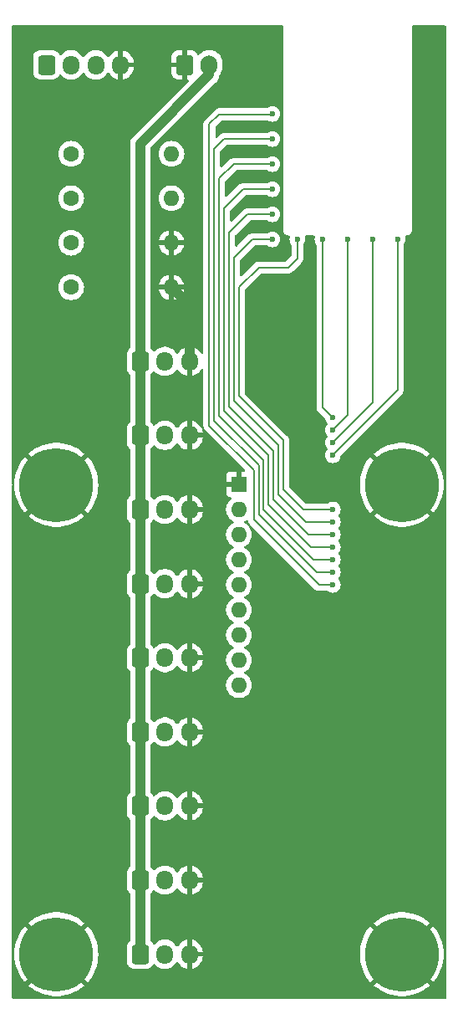
<source format=gbl>
G04 #@! TF.GenerationSoftware,KiCad,Pcbnew,8.0.2*
G04 #@! TF.CreationDate,2024-08-18T16:51:17+09:00*
G04 #@! TF.ProjectId,rainbow2-rp2040,7261696e-626f-4773-922d-727032303430,rev?*
G04 #@! TF.SameCoordinates,Original*
G04 #@! TF.FileFunction,Copper,L2,Bot*
G04 #@! TF.FilePolarity,Positive*
%FSLAX46Y46*%
G04 Gerber Fmt 4.6, Leading zero omitted, Abs format (unit mm)*
G04 Created by KiCad (PCBNEW 8.0.2) date 2024-08-18 16:51:17*
%MOMM*%
%LPD*%
G01*
G04 APERTURE LIST*
G04 Aperture macros list*
%AMRoundRect*
0 Rectangle with rounded corners*
0 $1 Rounding radius*
0 $2 $3 $4 $5 $6 $7 $8 $9 X,Y pos of 4 corners*
0 Add a 4 corners polygon primitive as box body*
4,1,4,$2,$3,$4,$5,$6,$7,$8,$9,$2,$3,0*
0 Add four circle primitives for the rounded corners*
1,1,$1+$1,$2,$3*
1,1,$1+$1,$4,$5*
1,1,$1+$1,$6,$7*
1,1,$1+$1,$8,$9*
0 Add four rect primitives between the rounded corners*
20,1,$1+$1,$2,$3,$4,$5,0*
20,1,$1+$1,$4,$5,$6,$7,0*
20,1,$1+$1,$6,$7,$8,$9,0*
20,1,$1+$1,$8,$9,$2,$3,0*%
G04 Aperture macros list end*
G04 #@! TA.AperFunction,ComponentPad*
%ADD10RoundRect,0.250000X-0.600000X-0.750000X0.600000X-0.750000X0.600000X0.750000X-0.600000X0.750000X0*%
G04 #@! TD*
G04 #@! TA.AperFunction,ComponentPad*
%ADD11O,1.700000X2.000000*%
G04 #@! TD*
G04 #@! TA.AperFunction,ComponentPad*
%ADD12R,1.600000X1.600000*%
G04 #@! TD*
G04 #@! TA.AperFunction,ComponentPad*
%ADD13O,1.600000X1.600000*%
G04 #@! TD*
G04 #@! TA.AperFunction,ComponentPad*
%ADD14RoundRect,0.250000X-0.600000X-0.725000X0.600000X-0.725000X0.600000X0.725000X-0.600000X0.725000X0*%
G04 #@! TD*
G04 #@! TA.AperFunction,ComponentPad*
%ADD15O,1.700000X1.950000*%
G04 #@! TD*
G04 #@! TA.AperFunction,ComponentPad*
%ADD16C,7.500000*%
G04 #@! TD*
G04 #@! TA.AperFunction,ComponentPad*
%ADD17C,1.600000*%
G04 #@! TD*
G04 #@! TA.AperFunction,ViaPad*
%ADD18C,0.600000*%
G04 #@! TD*
G04 #@! TA.AperFunction,Conductor*
%ADD19C,1.000000*%
G04 #@! TD*
G04 #@! TA.AperFunction,Conductor*
%ADD20C,0.200000*%
G04 #@! TD*
G04 APERTURE END LIST*
D10*
X113000000Y-57500000D03*
D11*
X115500000Y-57500000D03*
D12*
X118500000Y-99960000D03*
D13*
X118500000Y-102500000D03*
X118500000Y-105040000D03*
X118500000Y-107580000D03*
X118500000Y-110120000D03*
X118500000Y-112660000D03*
X118500000Y-115200000D03*
X118500000Y-117740000D03*
X118500000Y-120280000D03*
D14*
X108500000Y-140000000D03*
D15*
X111000000Y-140000000D03*
X113500000Y-140000000D03*
D14*
X108500000Y-95000000D03*
D15*
X111000000Y-95000000D03*
X113500000Y-95000000D03*
D16*
X100000000Y-100000000D03*
D14*
X108500000Y-117500000D03*
D15*
X111000000Y-117500000D03*
X113500000Y-117500000D03*
D14*
X108500000Y-87500000D03*
D15*
X111000000Y-87500000D03*
X113500000Y-87500000D03*
D16*
X100000000Y-147500000D03*
X135000000Y-147500000D03*
D17*
X101500000Y-80000000D03*
D13*
X111660000Y-80000000D03*
D16*
X135000000Y-100000000D03*
D17*
X101500000Y-66500000D03*
D13*
X111660000Y-66500000D03*
D17*
X101500000Y-71000000D03*
D13*
X111660000Y-71000000D03*
D14*
X108500000Y-125000000D03*
D15*
X111000000Y-125000000D03*
X113500000Y-125000000D03*
D14*
X108500000Y-110000000D03*
D15*
X111000000Y-110000000D03*
X113500000Y-110000000D03*
D14*
X108500000Y-102500000D03*
D15*
X111000000Y-102500000D03*
X113500000Y-102500000D03*
D14*
X99000000Y-57500000D03*
D15*
X101500000Y-57500000D03*
X104000000Y-57500000D03*
X106500000Y-57500000D03*
D17*
X101500000Y-75500000D03*
D13*
X111660000Y-75500000D03*
D14*
X108500000Y-147500000D03*
D15*
X111000000Y-147500000D03*
X113500000Y-147500000D03*
D14*
X108500000Y-132500000D03*
D15*
X111000000Y-132500000D03*
X113500000Y-132500000D03*
D18*
X111000000Y-105500000D03*
X111000000Y-98000000D03*
X111000000Y-128000000D03*
X118500000Y-60000000D03*
X111000000Y-90500000D03*
X125500000Y-111500000D03*
X111000000Y-150500000D03*
X111000000Y-135500000D03*
X111000000Y-120500000D03*
X125500000Y-98500000D03*
X118500000Y-57500000D03*
X108500000Y-57500000D03*
X111000000Y-113000000D03*
X110500000Y-57500000D03*
X121880000Y-57380000D03*
X111000000Y-143000000D03*
X121880000Y-75160000D03*
X128000000Y-103770000D03*
X128000000Y-107580000D03*
X121880000Y-67540000D03*
X124420000Y-75160000D03*
X128000000Y-102500000D03*
X128000000Y-106310000D03*
X121880000Y-70080000D03*
X121880000Y-62460000D03*
X128000000Y-110120000D03*
X121880000Y-65000000D03*
X128000000Y-108850000D03*
X121880000Y-72620000D03*
X128000000Y-105040000D03*
X129500000Y-75160000D03*
X128000000Y-94460000D03*
X126960000Y-75160000D03*
X128000000Y-93190000D03*
X132040000Y-75160000D03*
X128000000Y-95730000D03*
X134580000Y-75160000D03*
X128000000Y-97000000D03*
D19*
X113500000Y-81840000D02*
X111660000Y-80000000D01*
X113500000Y-87500000D02*
X113500000Y-81840000D01*
X108500000Y-147500000D02*
X108500000Y-87500000D01*
X108500000Y-65500000D02*
X115500000Y-58500000D01*
X115500000Y-58500000D02*
X115500000Y-57500000D01*
X108500000Y-87500000D02*
X108500000Y-65500000D01*
D20*
X125270000Y-103770000D02*
X122500000Y-101000000D01*
X118000000Y-91500000D02*
X118000000Y-77000000D01*
X122500000Y-96000000D02*
X118000000Y-91500000D01*
X119840000Y-75160000D02*
X121880000Y-75160000D01*
X122500000Y-101000000D02*
X122500000Y-96000000D01*
X128000000Y-103770000D02*
X125270000Y-103770000D01*
X118000000Y-77000000D02*
X119840000Y-75160000D01*
X121000000Y-102500000D02*
X121000000Y-97500000D01*
X116500000Y-69000000D02*
X117960000Y-67540000D01*
X117960000Y-67540000D02*
X121880000Y-67540000D01*
X121000000Y-97500000D02*
X116500000Y-93000000D01*
X128000000Y-107580000D02*
X126080000Y-107580000D01*
X116500000Y-93000000D02*
X116500000Y-69000000D01*
X126080000Y-107580000D02*
X121000000Y-102500000D01*
X123000000Y-95500000D02*
X118500000Y-91000000D01*
X120500000Y-78000000D02*
X123500000Y-78000000D01*
X124420000Y-77080000D02*
X124420000Y-75160000D01*
X125000000Y-102500000D02*
X123000000Y-100500000D01*
X128000000Y-102500000D02*
X125000000Y-102500000D01*
X118500000Y-80000000D02*
X120500000Y-78000000D01*
X123000000Y-100500000D02*
X123000000Y-95500000D01*
X123500000Y-78000000D02*
X124420000Y-77080000D01*
X118500000Y-91000000D02*
X118500000Y-80000000D01*
X128000000Y-106310000D02*
X125810000Y-106310000D01*
X121500000Y-97000000D02*
X117000000Y-92500000D01*
X121500000Y-102000000D02*
X121500000Y-97000000D01*
X125810000Y-106310000D02*
X121500000Y-102000000D01*
X117000000Y-92500000D02*
X117000000Y-72000000D01*
X117000000Y-72000000D02*
X118920000Y-70080000D01*
X118920000Y-70080000D02*
X121880000Y-70080000D01*
X116500000Y-62500000D02*
X121840000Y-62500000D01*
X120000000Y-98500000D02*
X115500000Y-94000000D01*
X120000000Y-103500000D02*
X120000000Y-98500000D01*
X115500000Y-63500000D02*
X116500000Y-62500000D01*
X121840000Y-62500000D02*
X121880000Y-62460000D01*
X115500000Y-94000000D02*
X115500000Y-63500000D01*
X126620000Y-110120000D02*
X120000000Y-103500000D01*
X128000000Y-110120000D02*
X126620000Y-110120000D01*
X126350000Y-108850000D02*
X120500000Y-103000000D01*
X120500000Y-103000000D02*
X120500000Y-98000000D01*
X117000000Y-65000000D02*
X121880000Y-65000000D01*
X120500000Y-98000000D02*
X116000000Y-93500000D01*
X128000000Y-108850000D02*
X126350000Y-108850000D01*
X116000000Y-66000000D02*
X117000000Y-65000000D01*
X116000000Y-93500000D02*
X116000000Y-66000000D01*
X128000000Y-105040000D02*
X125540000Y-105040000D01*
X119380000Y-72620000D02*
X121880000Y-72620000D01*
X117500000Y-92065686D02*
X117500000Y-74500000D01*
X125540000Y-105040000D02*
X122000000Y-101500000D01*
X122000000Y-101500000D02*
X122000000Y-96565686D01*
X122000000Y-96565686D02*
X117500000Y-92065686D01*
X117500000Y-74500000D02*
X119380000Y-72620000D01*
X128000000Y-94460000D02*
X129500000Y-92960000D01*
X129500000Y-92960000D02*
X129500000Y-75160000D01*
X126960000Y-92150000D02*
X126960000Y-75160000D01*
X128000000Y-93190000D02*
X126960000Y-92150000D01*
X132040000Y-91690000D02*
X132040000Y-75160000D01*
X128000000Y-95730000D02*
X132040000Y-91690000D01*
X134580000Y-90420000D02*
X134580000Y-75160000D01*
X128000000Y-97000000D02*
X134580000Y-90420000D01*
G04 #@! TA.AperFunction,Conductor*
G36*
X122908030Y-53513591D02*
G01*
X122930954Y-53525053D01*
X122982113Y-53572640D01*
X122999500Y-53635962D01*
X122999500Y-74184108D01*
X122999500Y-74315892D01*
X123013846Y-74369431D01*
X123033608Y-74443187D01*
X123066383Y-74499953D01*
X123099500Y-74557314D01*
X123192686Y-74650500D01*
X123306814Y-74716392D01*
X123434108Y-74750500D01*
X123540436Y-74750500D01*
X123607475Y-74770185D01*
X123653230Y-74822989D01*
X123663174Y-74892147D01*
X123657478Y-74915455D01*
X123634631Y-74980745D01*
X123634630Y-74980750D01*
X123614435Y-75159996D01*
X123614435Y-75160003D01*
X123634630Y-75339249D01*
X123634631Y-75339254D01*
X123694211Y-75509523D01*
X123721317Y-75552661D01*
X123785240Y-75654394D01*
X123790185Y-75662263D01*
X123792445Y-75665097D01*
X123793334Y-75667275D01*
X123793889Y-75668158D01*
X123793734Y-75668255D01*
X123818855Y-75729783D01*
X123819500Y-75742412D01*
X123819500Y-76779903D01*
X123799815Y-76846942D01*
X123783181Y-76867584D01*
X123287584Y-77363181D01*
X123226261Y-77396666D01*
X123199903Y-77399500D01*
X120579057Y-77399500D01*
X120420943Y-77399500D01*
X120268215Y-77440423D01*
X120268214Y-77440423D01*
X120268212Y-77440424D01*
X120268209Y-77440425D01*
X120218096Y-77469359D01*
X120218095Y-77469360D01*
X120174689Y-77494420D01*
X120131285Y-77519479D01*
X120131282Y-77519481D01*
X118812181Y-78838583D01*
X118750858Y-78872068D01*
X118681166Y-78867084D01*
X118625233Y-78825212D01*
X118600816Y-78759748D01*
X118600500Y-78750902D01*
X118600500Y-77300097D01*
X118620185Y-77233058D01*
X118636819Y-77212416D01*
X120052416Y-75796819D01*
X120113739Y-75763334D01*
X120140097Y-75760500D01*
X121297588Y-75760500D01*
X121364627Y-75780185D01*
X121374903Y-75787555D01*
X121377736Y-75789814D01*
X121377738Y-75789816D01*
X121530478Y-75885789D01*
X121571091Y-75900000D01*
X121700745Y-75945368D01*
X121700750Y-75945369D01*
X121879996Y-75965565D01*
X121880000Y-75965565D01*
X121880004Y-75965565D01*
X122059249Y-75945369D01*
X122059252Y-75945368D01*
X122059255Y-75945368D01*
X122229522Y-75885789D01*
X122382262Y-75789816D01*
X122509816Y-75662262D01*
X122605789Y-75509522D01*
X122665368Y-75339255D01*
X122672798Y-75273313D01*
X122685565Y-75160003D01*
X122685565Y-75159996D01*
X122665369Y-74980750D01*
X122665368Y-74980745D01*
X122634366Y-74892147D01*
X122605789Y-74810478D01*
X122509816Y-74657738D01*
X122382262Y-74530184D01*
X122334769Y-74500342D01*
X122229523Y-74434211D01*
X122059254Y-74374631D01*
X122059249Y-74374630D01*
X121880004Y-74354435D01*
X121879996Y-74354435D01*
X121700750Y-74374630D01*
X121700745Y-74374631D01*
X121530476Y-74434211D01*
X121377736Y-74530185D01*
X121374903Y-74532445D01*
X121372724Y-74533334D01*
X121371842Y-74533889D01*
X121371744Y-74533734D01*
X121310217Y-74558855D01*
X121297588Y-74559500D01*
X119926669Y-74559500D01*
X119926653Y-74559499D01*
X119919057Y-74559499D01*
X119760943Y-74559499D01*
X119653587Y-74588265D01*
X119608210Y-74600424D01*
X119608209Y-74600425D01*
X119573066Y-74620716D01*
X119573064Y-74620717D01*
X119471290Y-74679475D01*
X119471282Y-74679481D01*
X118312181Y-75838583D01*
X118250858Y-75872068D01*
X118181166Y-75867084D01*
X118125233Y-75825212D01*
X118100816Y-75759748D01*
X118100500Y-75750902D01*
X118100500Y-74800097D01*
X118120185Y-74733058D01*
X118136819Y-74712416D01*
X119592416Y-73256819D01*
X119653739Y-73223334D01*
X119680097Y-73220500D01*
X121297588Y-73220500D01*
X121364627Y-73240185D01*
X121374903Y-73247555D01*
X121377736Y-73249814D01*
X121377738Y-73249816D01*
X121491270Y-73321152D01*
X121519009Y-73338583D01*
X121530478Y-73345789D01*
X121700745Y-73405368D01*
X121700750Y-73405369D01*
X121879996Y-73425565D01*
X121880000Y-73425565D01*
X121880004Y-73425565D01*
X122059249Y-73405369D01*
X122059252Y-73405368D01*
X122059255Y-73405368D01*
X122229522Y-73345789D01*
X122382262Y-73249816D01*
X122509816Y-73122262D01*
X122605789Y-72969522D01*
X122665368Y-72799255D01*
X122685565Y-72620000D01*
X122665368Y-72440745D01*
X122605789Y-72270478D01*
X122582276Y-72233058D01*
X122523474Y-72139475D01*
X122509816Y-72117738D01*
X122382262Y-71990184D01*
X122229523Y-71894211D01*
X122059254Y-71834631D01*
X122059249Y-71834630D01*
X121880004Y-71814435D01*
X121879996Y-71814435D01*
X121700750Y-71834630D01*
X121700745Y-71834631D01*
X121530476Y-71894211D01*
X121377736Y-71990185D01*
X121374903Y-71992445D01*
X121372724Y-71993334D01*
X121371842Y-71993889D01*
X121371744Y-71993734D01*
X121310217Y-72018855D01*
X121297588Y-72019500D01*
X119300940Y-72019500D01*
X119260019Y-72030464D01*
X119260019Y-72030465D01*
X119222751Y-72040451D01*
X119148214Y-72060423D01*
X119148209Y-72060426D01*
X119011290Y-72139475D01*
X119011282Y-72139481D01*
X117812181Y-73338583D01*
X117750858Y-73372068D01*
X117681166Y-73367084D01*
X117625233Y-73325212D01*
X117600816Y-73259748D01*
X117600500Y-73250902D01*
X117600500Y-72300097D01*
X117620185Y-72233058D01*
X117636819Y-72212416D01*
X119132416Y-70716819D01*
X119193739Y-70683334D01*
X119220097Y-70680500D01*
X121297588Y-70680500D01*
X121364627Y-70700185D01*
X121374903Y-70707555D01*
X121377736Y-70709814D01*
X121377738Y-70709816D01*
X121530478Y-70805789D01*
X121585986Y-70825212D01*
X121700745Y-70865368D01*
X121700750Y-70865369D01*
X121879996Y-70885565D01*
X121880000Y-70885565D01*
X121880004Y-70885565D01*
X122059249Y-70865369D01*
X122059252Y-70865368D01*
X122059255Y-70865368D01*
X122229522Y-70805789D01*
X122382262Y-70709816D01*
X122509816Y-70582262D01*
X122605789Y-70429522D01*
X122665368Y-70259255D01*
X122665369Y-70259249D01*
X122685565Y-70080003D01*
X122685565Y-70079996D01*
X122665369Y-69900750D01*
X122665368Y-69900745D01*
X122605788Y-69730476D01*
X122509815Y-69577737D01*
X122382262Y-69450184D01*
X122229523Y-69354211D01*
X122059254Y-69294631D01*
X122059249Y-69294630D01*
X121880004Y-69274435D01*
X121879996Y-69274435D01*
X121700750Y-69294630D01*
X121700745Y-69294631D01*
X121530476Y-69354211D01*
X121377736Y-69450185D01*
X121374903Y-69452445D01*
X121372724Y-69453334D01*
X121371842Y-69453889D01*
X121371744Y-69453734D01*
X121310217Y-69478855D01*
X121297588Y-69479500D01*
X119006669Y-69479500D01*
X119006653Y-69479499D01*
X118999057Y-69479499D01*
X118840943Y-69479499D01*
X118733587Y-69508265D01*
X118688210Y-69520424D01*
X118688209Y-69520425D01*
X118653066Y-69540716D01*
X118653064Y-69540717D01*
X118551290Y-69599475D01*
X118551282Y-69599481D01*
X117312181Y-70838583D01*
X117250858Y-70872068D01*
X117181166Y-70867084D01*
X117125233Y-70825212D01*
X117100816Y-70759748D01*
X117100500Y-70750902D01*
X117100500Y-69300097D01*
X117120185Y-69233058D01*
X117136819Y-69212416D01*
X118172417Y-68176819D01*
X118233740Y-68143334D01*
X118260098Y-68140500D01*
X121297588Y-68140500D01*
X121364627Y-68160185D01*
X121374903Y-68167555D01*
X121377736Y-68169814D01*
X121377738Y-68169816D01*
X121530478Y-68265789D01*
X121700745Y-68325368D01*
X121700750Y-68325369D01*
X121879996Y-68345565D01*
X121880000Y-68345565D01*
X121880004Y-68345565D01*
X122059249Y-68325369D01*
X122059252Y-68325368D01*
X122059255Y-68325368D01*
X122229522Y-68265789D01*
X122382262Y-68169816D01*
X122509816Y-68042262D01*
X122605789Y-67889522D01*
X122665368Y-67719255D01*
X122685565Y-67540000D01*
X122681063Y-67500047D01*
X122665369Y-67360750D01*
X122665368Y-67360745D01*
X122605788Y-67190476D01*
X122566582Y-67128080D01*
X122509816Y-67037738D01*
X122382262Y-66910184D01*
X122229523Y-66814211D01*
X122059254Y-66754631D01*
X122059249Y-66754630D01*
X121880004Y-66734435D01*
X121879996Y-66734435D01*
X121700750Y-66754630D01*
X121700745Y-66754631D01*
X121530476Y-66814211D01*
X121377736Y-66910185D01*
X121374903Y-66912445D01*
X121372724Y-66913334D01*
X121371842Y-66913889D01*
X121371744Y-66913734D01*
X121310217Y-66938855D01*
X121297588Y-66939500D01*
X118046670Y-66939500D01*
X118046654Y-66939499D01*
X118039058Y-66939499D01*
X117880943Y-66939499D01*
X117728215Y-66980423D01*
X117628943Y-67037738D01*
X117591281Y-67059482D01*
X116812181Y-67838583D01*
X116750858Y-67872068D01*
X116681166Y-67867084D01*
X116625233Y-67825212D01*
X116600816Y-67759748D01*
X116600500Y-67750902D01*
X116600500Y-66300097D01*
X116620185Y-66233058D01*
X116636819Y-66212416D01*
X117212417Y-65636819D01*
X117273740Y-65603334D01*
X117300098Y-65600500D01*
X121297588Y-65600500D01*
X121364627Y-65620185D01*
X121374903Y-65627555D01*
X121377736Y-65629814D01*
X121377738Y-65629816D01*
X121530478Y-65725789D01*
X121700745Y-65785368D01*
X121700750Y-65785369D01*
X121879996Y-65805565D01*
X121880000Y-65805565D01*
X121880004Y-65805565D01*
X122059249Y-65785369D01*
X122059252Y-65785368D01*
X122059255Y-65785368D01*
X122229522Y-65725789D01*
X122382262Y-65629816D01*
X122509816Y-65502262D01*
X122605789Y-65349522D01*
X122665368Y-65179255D01*
X122679902Y-65050264D01*
X122685565Y-65000003D01*
X122685565Y-64999996D01*
X122665369Y-64820750D01*
X122665368Y-64820745D01*
X122605788Y-64650476D01*
X122509815Y-64497737D01*
X122382262Y-64370184D01*
X122229523Y-64274211D01*
X122059254Y-64214631D01*
X122059249Y-64214630D01*
X121880004Y-64194435D01*
X121879996Y-64194435D01*
X121700750Y-64214630D01*
X121700745Y-64214631D01*
X121530476Y-64274211D01*
X121377736Y-64370185D01*
X121374903Y-64372445D01*
X121372724Y-64373334D01*
X121371842Y-64373889D01*
X121371744Y-64373734D01*
X121310217Y-64398855D01*
X121297588Y-64399500D01*
X117086670Y-64399500D01*
X117086654Y-64399499D01*
X117079058Y-64399499D01*
X116920943Y-64399499D01*
X116844579Y-64419961D01*
X116768214Y-64440423D01*
X116768209Y-64440426D01*
X116631290Y-64519475D01*
X116631282Y-64519481D01*
X116312181Y-64838583D01*
X116250858Y-64872068D01*
X116181166Y-64867084D01*
X116125233Y-64825212D01*
X116100816Y-64759748D01*
X116100500Y-64750902D01*
X116100500Y-63800097D01*
X116120185Y-63733058D01*
X116136819Y-63712416D01*
X116712417Y-63136819D01*
X116773740Y-63103334D01*
X116800098Y-63100500D01*
X121359017Y-63100500D01*
X121424989Y-63119506D01*
X121530477Y-63185789D01*
X121530481Y-63185790D01*
X121700737Y-63245366D01*
X121700743Y-63245367D01*
X121700745Y-63245368D01*
X121700746Y-63245368D01*
X121700750Y-63245369D01*
X121879996Y-63265565D01*
X121880000Y-63265565D01*
X121880004Y-63265565D01*
X122059249Y-63245369D01*
X122059252Y-63245368D01*
X122059255Y-63245368D01*
X122229522Y-63185789D01*
X122382262Y-63089816D01*
X122509816Y-62962262D01*
X122605789Y-62809522D01*
X122665368Y-62639255D01*
X122685565Y-62460000D01*
X122665368Y-62280745D01*
X122605789Y-62110478D01*
X122509816Y-61957738D01*
X122382262Y-61830184D01*
X122229523Y-61734211D01*
X122059254Y-61674631D01*
X122059249Y-61674630D01*
X121880004Y-61654435D01*
X121879996Y-61654435D01*
X121700750Y-61674630D01*
X121700745Y-61674631D01*
X121530476Y-61734211D01*
X121377737Y-61830184D01*
X121344741Y-61863181D01*
X121283418Y-61896666D01*
X121257060Y-61899500D01*
X116586670Y-61899500D01*
X116586654Y-61899499D01*
X116579058Y-61899499D01*
X116420943Y-61899499D01*
X116344579Y-61919961D01*
X116268214Y-61940423D01*
X116268209Y-61940426D01*
X116131290Y-62019475D01*
X116131282Y-62019481D01*
X115019479Y-63131284D01*
X115016284Y-63136819D01*
X114988012Y-63185789D01*
X114940423Y-63268215D01*
X114899499Y-63420943D01*
X114899499Y-63420945D01*
X114899499Y-63589046D01*
X114899500Y-63589059D01*
X114899500Y-86631546D01*
X114879815Y-86698585D01*
X114827011Y-86744340D01*
X114757853Y-86754284D01*
X114694297Y-86725259D01*
X114665016Y-86687842D01*
X114654622Y-86667444D01*
X114529727Y-86495540D01*
X114529723Y-86495535D01*
X114379464Y-86345276D01*
X114379459Y-86345272D01*
X114207557Y-86220379D01*
X114018215Y-86123903D01*
X113816124Y-86058241D01*
X113750000Y-86047768D01*
X113750000Y-87095854D01*
X113683343Y-87057370D01*
X113562535Y-87025000D01*
X113437465Y-87025000D01*
X113316657Y-87057370D01*
X113250000Y-87095854D01*
X113250000Y-86047768D01*
X113249999Y-86047768D01*
X113183875Y-86058241D01*
X112981784Y-86123903D01*
X112792442Y-86220379D01*
X112620540Y-86345272D01*
X112620535Y-86345276D01*
X112470276Y-86495535D01*
X112470272Y-86495540D01*
X112350627Y-86660218D01*
X112295297Y-86702884D01*
X112225684Y-86708863D01*
X112163889Y-86676257D01*
X112149991Y-86660218D01*
X112030109Y-86495214D01*
X112030105Y-86495209D01*
X111879786Y-86344890D01*
X111707820Y-86219951D01*
X111518414Y-86123444D01*
X111518413Y-86123443D01*
X111518412Y-86123443D01*
X111316243Y-86057754D01*
X111316241Y-86057753D01*
X111316240Y-86057753D01*
X111154957Y-86032208D01*
X111106287Y-86024500D01*
X110893713Y-86024500D01*
X110845042Y-86032208D01*
X110683760Y-86057753D01*
X110481585Y-86123444D01*
X110292179Y-86219951D01*
X110120215Y-86344889D01*
X109981398Y-86483706D01*
X109920075Y-86517190D01*
X109850383Y-86512206D01*
X109794450Y-86470334D01*
X109788178Y-86461120D01*
X109692712Y-86306344D01*
X109568655Y-86182287D01*
X109559402Y-86176580D01*
X109512678Y-86124632D01*
X109500500Y-86071042D01*
X109500500Y-79749999D01*
X110381127Y-79749999D01*
X110381128Y-79750000D01*
X111344314Y-79750000D01*
X111339920Y-79754394D01*
X111287259Y-79845606D01*
X111260000Y-79947339D01*
X111260000Y-80052661D01*
X111287259Y-80154394D01*
X111339920Y-80245606D01*
X111344314Y-80250000D01*
X110381128Y-80250000D01*
X110433730Y-80446317D01*
X110433734Y-80446326D01*
X110529865Y-80652482D01*
X110660342Y-80838820D01*
X110821179Y-80999657D01*
X111007517Y-81130134D01*
X111213673Y-81226265D01*
X111213682Y-81226269D01*
X111409999Y-81278872D01*
X111410000Y-81278871D01*
X111410000Y-80315686D01*
X111414394Y-80320080D01*
X111505606Y-80372741D01*
X111607339Y-80400000D01*
X111712661Y-80400000D01*
X111814394Y-80372741D01*
X111905606Y-80320080D01*
X111910000Y-80315686D01*
X111910000Y-81278872D01*
X112106317Y-81226269D01*
X112106326Y-81226265D01*
X112312482Y-81130134D01*
X112498820Y-80999657D01*
X112659657Y-80838820D01*
X112790134Y-80652482D01*
X112886265Y-80446326D01*
X112886269Y-80446317D01*
X112938872Y-80250000D01*
X111975686Y-80250000D01*
X111980080Y-80245606D01*
X112032741Y-80154394D01*
X112060000Y-80052661D01*
X112060000Y-79947339D01*
X112032741Y-79845606D01*
X111980080Y-79754394D01*
X111975686Y-79750000D01*
X112938872Y-79750000D01*
X112938872Y-79749999D01*
X112886269Y-79553682D01*
X112886265Y-79553673D01*
X112790134Y-79347517D01*
X112659657Y-79161179D01*
X112498820Y-79000342D01*
X112312482Y-78869865D01*
X112106328Y-78773734D01*
X111910000Y-78721127D01*
X111910000Y-79684314D01*
X111905606Y-79679920D01*
X111814394Y-79627259D01*
X111712661Y-79600000D01*
X111607339Y-79600000D01*
X111505606Y-79627259D01*
X111414394Y-79679920D01*
X111410000Y-79684314D01*
X111410000Y-78721127D01*
X111213671Y-78773734D01*
X111007517Y-78869865D01*
X110821179Y-79000342D01*
X110660342Y-79161179D01*
X110529865Y-79347517D01*
X110433734Y-79553673D01*
X110433730Y-79553682D01*
X110381127Y-79749999D01*
X109500500Y-79749999D01*
X109500500Y-75249999D01*
X110381127Y-75249999D01*
X110381128Y-75250000D01*
X111344314Y-75250000D01*
X111339920Y-75254394D01*
X111287259Y-75345606D01*
X111260000Y-75447339D01*
X111260000Y-75552661D01*
X111287259Y-75654394D01*
X111339920Y-75745606D01*
X111344314Y-75750000D01*
X110381128Y-75750000D01*
X110433730Y-75946317D01*
X110433734Y-75946326D01*
X110529865Y-76152482D01*
X110660342Y-76338820D01*
X110821179Y-76499657D01*
X111007517Y-76630134D01*
X111213673Y-76726265D01*
X111213682Y-76726269D01*
X111409999Y-76778872D01*
X111410000Y-76778871D01*
X111410000Y-75815686D01*
X111414394Y-75820080D01*
X111505606Y-75872741D01*
X111607339Y-75900000D01*
X111712661Y-75900000D01*
X111814394Y-75872741D01*
X111905606Y-75820080D01*
X111910000Y-75815686D01*
X111910000Y-76778872D01*
X112106317Y-76726269D01*
X112106326Y-76726265D01*
X112312482Y-76630134D01*
X112498820Y-76499657D01*
X112659657Y-76338820D01*
X112790134Y-76152482D01*
X112886265Y-75946326D01*
X112886269Y-75946317D01*
X112938872Y-75750000D01*
X111975686Y-75750000D01*
X111980080Y-75745606D01*
X112032741Y-75654394D01*
X112060000Y-75552661D01*
X112060000Y-75447339D01*
X112032741Y-75345606D01*
X111980080Y-75254394D01*
X111975686Y-75250000D01*
X112938872Y-75250000D01*
X112938872Y-75249999D01*
X112886269Y-75053682D01*
X112886265Y-75053673D01*
X112790134Y-74847517D01*
X112659657Y-74661179D01*
X112498820Y-74500342D01*
X112312482Y-74369865D01*
X112106328Y-74273734D01*
X111910000Y-74221127D01*
X111910000Y-75184314D01*
X111905606Y-75179920D01*
X111814394Y-75127259D01*
X111712661Y-75100000D01*
X111607339Y-75100000D01*
X111505606Y-75127259D01*
X111414394Y-75179920D01*
X111410000Y-75184314D01*
X111410000Y-74221127D01*
X111213671Y-74273734D01*
X111007517Y-74369865D01*
X110821179Y-74500342D01*
X110660342Y-74661179D01*
X110529865Y-74847517D01*
X110433734Y-75053673D01*
X110433730Y-75053682D01*
X110381127Y-75249999D01*
X109500500Y-75249999D01*
X109500500Y-70999998D01*
X110354532Y-70999998D01*
X110354532Y-71000001D01*
X110374364Y-71226686D01*
X110374366Y-71226697D01*
X110433258Y-71446488D01*
X110433261Y-71446497D01*
X110529431Y-71652732D01*
X110529432Y-71652734D01*
X110659954Y-71839141D01*
X110820858Y-72000045D01*
X110820861Y-72000047D01*
X111007266Y-72130568D01*
X111213504Y-72226739D01*
X111433308Y-72285635D01*
X111595230Y-72299801D01*
X111659998Y-72305468D01*
X111660000Y-72305468D01*
X111660002Y-72305468D01*
X111721391Y-72300097D01*
X111886692Y-72285635D01*
X112106496Y-72226739D01*
X112312734Y-72130568D01*
X112499139Y-72000047D01*
X112660047Y-71839139D01*
X112790568Y-71652734D01*
X112886739Y-71446496D01*
X112945635Y-71226692D01*
X112965468Y-71000000D01*
X112945635Y-70773308D01*
X112886739Y-70553504D01*
X112790568Y-70347266D01*
X112660047Y-70160861D01*
X112660045Y-70160858D01*
X112499141Y-69999954D01*
X112312734Y-69869432D01*
X112312732Y-69869431D01*
X112106497Y-69773261D01*
X112106488Y-69773258D01*
X111886697Y-69714366D01*
X111886693Y-69714365D01*
X111886692Y-69714365D01*
X111886691Y-69714364D01*
X111886686Y-69714364D01*
X111660002Y-69694532D01*
X111659998Y-69694532D01*
X111433313Y-69714364D01*
X111433302Y-69714366D01*
X111213511Y-69773258D01*
X111213502Y-69773261D01*
X111007267Y-69869431D01*
X111007265Y-69869432D01*
X110820858Y-69999954D01*
X110659954Y-70160858D01*
X110529432Y-70347265D01*
X110529431Y-70347267D01*
X110433261Y-70553502D01*
X110433258Y-70553511D01*
X110374366Y-70773302D01*
X110374364Y-70773313D01*
X110354532Y-70999998D01*
X109500500Y-70999998D01*
X109500500Y-66499998D01*
X110354532Y-66499998D01*
X110354532Y-66500001D01*
X110374364Y-66726686D01*
X110374366Y-66726697D01*
X110433258Y-66946488D01*
X110433261Y-66946497D01*
X110529431Y-67152732D01*
X110529432Y-67152734D01*
X110659954Y-67339141D01*
X110820858Y-67500045D01*
X110820861Y-67500047D01*
X111007266Y-67630568D01*
X111213504Y-67726739D01*
X111433308Y-67785635D01*
X111595230Y-67799801D01*
X111659998Y-67805468D01*
X111660000Y-67805468D01*
X111660002Y-67805468D01*
X111716673Y-67800509D01*
X111886692Y-67785635D01*
X112106496Y-67726739D01*
X112312734Y-67630568D01*
X112499139Y-67500047D01*
X112660047Y-67339139D01*
X112790568Y-67152734D01*
X112886739Y-66946496D01*
X112945635Y-66726692D01*
X112965468Y-66500000D01*
X112945635Y-66273308D01*
X112886739Y-66053504D01*
X112790568Y-65847266D01*
X112660047Y-65660861D01*
X112660045Y-65660858D01*
X112499141Y-65499954D01*
X112312734Y-65369432D01*
X112312732Y-65369431D01*
X112106497Y-65273261D01*
X112106488Y-65273258D01*
X111886697Y-65214366D01*
X111886693Y-65214365D01*
X111886692Y-65214365D01*
X111886691Y-65214364D01*
X111886686Y-65214364D01*
X111660002Y-65194532D01*
X111659998Y-65194532D01*
X111433313Y-65214364D01*
X111433302Y-65214366D01*
X111213511Y-65273258D01*
X111213502Y-65273261D01*
X111007267Y-65369431D01*
X111007265Y-65369432D01*
X110820858Y-65499954D01*
X110659954Y-65660858D01*
X110529432Y-65847265D01*
X110529431Y-65847267D01*
X110433261Y-66053502D01*
X110433258Y-66053511D01*
X110374366Y-66273302D01*
X110374364Y-66273313D01*
X110354532Y-66499998D01*
X109500500Y-66499998D01*
X109500500Y-65965781D01*
X109520185Y-65898742D01*
X109536814Y-65878105D01*
X116137778Y-59277141D01*
X116137782Y-59277139D01*
X116277139Y-59137782D01*
X116386632Y-58973914D01*
X116439961Y-58845165D01*
X116462051Y-58791836D01*
X116489324Y-58654727D01*
X116501689Y-58592566D01*
X116502888Y-58592804D01*
X116526633Y-58533990D01*
X116529604Y-58530377D01*
X116530093Y-58529802D01*
X116530104Y-58529792D01*
X116655051Y-58357816D01*
X116751557Y-58168412D01*
X116817246Y-57966243D01*
X116850500Y-57756287D01*
X116850500Y-57243713D01*
X116817246Y-57033757D01*
X116751557Y-56831588D01*
X116655051Y-56642184D01*
X116655049Y-56642181D01*
X116655048Y-56642179D01*
X116530109Y-56470213D01*
X116379786Y-56319890D01*
X116207820Y-56194951D01*
X116018414Y-56098444D01*
X116018413Y-56098443D01*
X116018412Y-56098443D01*
X115816243Y-56032754D01*
X115816241Y-56032753D01*
X115816240Y-56032753D01*
X115654957Y-56007208D01*
X115606287Y-55999500D01*
X115393713Y-55999500D01*
X115345042Y-56007208D01*
X115183760Y-56032753D01*
X114981585Y-56098444D01*
X114792179Y-56194951D01*
X114620215Y-56319889D01*
X114481035Y-56459069D01*
X114419712Y-56492553D01*
X114350020Y-56487569D01*
X114294087Y-56445697D01*
X114287815Y-56436484D01*
X114192315Y-56281654D01*
X114068345Y-56157684D01*
X113919124Y-56065643D01*
X113919119Y-56065641D01*
X113752697Y-56010494D01*
X113752690Y-56010493D01*
X113649986Y-56000000D01*
X113250000Y-56000000D01*
X113250000Y-57066988D01*
X113192993Y-57034075D01*
X113065826Y-57000000D01*
X112934174Y-57000000D01*
X112807007Y-57034075D01*
X112750000Y-57066988D01*
X112750000Y-56000000D01*
X112350028Y-56000000D01*
X112350012Y-56000001D01*
X112247302Y-56010494D01*
X112080880Y-56065641D01*
X112080875Y-56065643D01*
X111931654Y-56157684D01*
X111807684Y-56281654D01*
X111715643Y-56430875D01*
X111715641Y-56430880D01*
X111660494Y-56597302D01*
X111660493Y-56597309D01*
X111650000Y-56700013D01*
X111650000Y-57250000D01*
X112566988Y-57250000D01*
X112534075Y-57307007D01*
X112500000Y-57434174D01*
X112500000Y-57565826D01*
X112534075Y-57692993D01*
X112566988Y-57750000D01*
X111650001Y-57750000D01*
X111650001Y-58299986D01*
X111660494Y-58402697D01*
X111715641Y-58569119D01*
X111715643Y-58569124D01*
X111807684Y-58718345D01*
X111931654Y-58842315D01*
X112080875Y-58934356D01*
X112080880Y-58934358D01*
X112247302Y-58989505D01*
X112247309Y-58989506D01*
X112350019Y-58999999D01*
X112749999Y-58999999D01*
X112750000Y-58999998D01*
X112750000Y-57933012D01*
X112807007Y-57965925D01*
X112934174Y-58000000D01*
X113065826Y-58000000D01*
X113192993Y-57965925D01*
X113250000Y-57933012D01*
X113250000Y-58999999D01*
X113285717Y-58999999D01*
X113352756Y-59019684D01*
X113398511Y-59072488D01*
X113408455Y-59141646D01*
X113379430Y-59205202D01*
X113373398Y-59211680D01*
X110565604Y-62019475D01*
X107862221Y-64722858D01*
X107862218Y-64722861D01*
X107825331Y-64759748D01*
X107722859Y-64862219D01*
X107613371Y-65026079D01*
X107613364Y-65026092D01*
X107537950Y-65208160D01*
X107537947Y-65208170D01*
X107499500Y-65401456D01*
X107499500Y-86071042D01*
X107479815Y-86138081D01*
X107440598Y-86176580D01*
X107431344Y-86182287D01*
X107307289Y-86306342D01*
X107215187Y-86455663D01*
X107215185Y-86455668D01*
X107210325Y-86470334D01*
X107160001Y-86622203D01*
X107160001Y-86622204D01*
X107160000Y-86622204D01*
X107149500Y-86724983D01*
X107149500Y-88275001D01*
X107149501Y-88275018D01*
X107160000Y-88377796D01*
X107160001Y-88377799D01*
X107205894Y-88516294D01*
X107215186Y-88544334D01*
X107307288Y-88693656D01*
X107431344Y-88817712D01*
X107440591Y-88823416D01*
X107487318Y-88875360D01*
X107499500Y-88928957D01*
X107499500Y-93571042D01*
X107479815Y-93638081D01*
X107440598Y-93676580D01*
X107431344Y-93682287D01*
X107307289Y-93806342D01*
X107215187Y-93955663D01*
X107215185Y-93955668D01*
X107210325Y-93970334D01*
X107160001Y-94122203D01*
X107160001Y-94122204D01*
X107160000Y-94122204D01*
X107149500Y-94224983D01*
X107149500Y-95775001D01*
X107149501Y-95775018D01*
X107160000Y-95877796D01*
X107160001Y-95877799D01*
X107205894Y-96016294D01*
X107215186Y-96044334D01*
X107307288Y-96193656D01*
X107431344Y-96317712D01*
X107440591Y-96323416D01*
X107487318Y-96375360D01*
X107499500Y-96428957D01*
X107499500Y-101071042D01*
X107479815Y-101138081D01*
X107440598Y-101176580D01*
X107431344Y-101182287D01*
X107307289Y-101306342D01*
X107215187Y-101455663D01*
X107215185Y-101455668D01*
X107205894Y-101483706D01*
X107160001Y-101622203D01*
X107160001Y-101622204D01*
X107160000Y-101622204D01*
X107149500Y-101724983D01*
X107149500Y-103275001D01*
X107149501Y-103275018D01*
X107160000Y-103377796D01*
X107160001Y-103377799D01*
X107205894Y-103516294D01*
X107215186Y-103544334D01*
X107307288Y-103693656D01*
X107431344Y-103817712D01*
X107440591Y-103823416D01*
X107487318Y-103875360D01*
X107499500Y-103928957D01*
X107499500Y-108571042D01*
X107479815Y-108638081D01*
X107440598Y-108676580D01*
X107431344Y-108682287D01*
X107307289Y-108806342D01*
X107215187Y-108955663D01*
X107215185Y-108955668D01*
X107210325Y-108970334D01*
X107160001Y-109122203D01*
X107160001Y-109122204D01*
X107160000Y-109122204D01*
X107149500Y-109224983D01*
X107149500Y-110775001D01*
X107149501Y-110775018D01*
X107160000Y-110877796D01*
X107160001Y-110877799D01*
X107205894Y-111016294D01*
X107215186Y-111044334D01*
X107307288Y-111193656D01*
X107431344Y-111317712D01*
X107440591Y-111323416D01*
X107487318Y-111375360D01*
X107499500Y-111428957D01*
X107499500Y-116071042D01*
X107479815Y-116138081D01*
X107440598Y-116176580D01*
X107431344Y-116182287D01*
X107307289Y-116306342D01*
X107215187Y-116455663D01*
X107215185Y-116455668D01*
X107210762Y-116469017D01*
X107160001Y-116622203D01*
X107160001Y-116622204D01*
X107160000Y-116622204D01*
X107149500Y-116724983D01*
X107149500Y-118275001D01*
X107149501Y-118275018D01*
X107160000Y-118377796D01*
X107160001Y-118377799D01*
X107205894Y-118516294D01*
X107215186Y-118544334D01*
X107307288Y-118693656D01*
X107431344Y-118817712D01*
X107440591Y-118823416D01*
X107487318Y-118875360D01*
X107499500Y-118928957D01*
X107499500Y-123571042D01*
X107479815Y-123638081D01*
X107440598Y-123676580D01*
X107431344Y-123682287D01*
X107307289Y-123806342D01*
X107215187Y-123955663D01*
X107215185Y-123955668D01*
X107210325Y-123970334D01*
X107160001Y-124122203D01*
X107160001Y-124122204D01*
X107160000Y-124122204D01*
X107149500Y-124224983D01*
X107149500Y-125775001D01*
X107149501Y-125775018D01*
X107160000Y-125877796D01*
X107160001Y-125877799D01*
X107205894Y-126016294D01*
X107215186Y-126044334D01*
X107307288Y-126193656D01*
X107431344Y-126317712D01*
X107440591Y-126323416D01*
X107487318Y-126375360D01*
X107499500Y-126428957D01*
X107499500Y-131071042D01*
X107479815Y-131138081D01*
X107440598Y-131176580D01*
X107431344Y-131182287D01*
X107307289Y-131306342D01*
X107215187Y-131455663D01*
X107215185Y-131455668D01*
X107210325Y-131470334D01*
X107160001Y-131622203D01*
X107160001Y-131622204D01*
X107160000Y-131622204D01*
X107149500Y-131724983D01*
X107149500Y-133275001D01*
X107149501Y-133275018D01*
X107160000Y-133377796D01*
X107160001Y-133377799D01*
X107205894Y-133516294D01*
X107215186Y-133544334D01*
X107307288Y-133693656D01*
X107431344Y-133817712D01*
X107440591Y-133823416D01*
X107487318Y-133875360D01*
X107499500Y-133928957D01*
X107499500Y-138571042D01*
X107479815Y-138638081D01*
X107440598Y-138676580D01*
X107431344Y-138682287D01*
X107307289Y-138806342D01*
X107215187Y-138955663D01*
X107215185Y-138955668D01*
X107210325Y-138970334D01*
X107160001Y-139122203D01*
X107160001Y-139122204D01*
X107160000Y-139122204D01*
X107149500Y-139224983D01*
X107149500Y-140775001D01*
X107149501Y-140775018D01*
X107160000Y-140877796D01*
X107160001Y-140877799D01*
X107205894Y-141016294D01*
X107215186Y-141044334D01*
X107307288Y-141193656D01*
X107431344Y-141317712D01*
X107440591Y-141323416D01*
X107487318Y-141375360D01*
X107499500Y-141428957D01*
X107499500Y-146071042D01*
X107479815Y-146138081D01*
X107440598Y-146176580D01*
X107431344Y-146182287D01*
X107307289Y-146306342D01*
X107215187Y-146455663D01*
X107215185Y-146455668D01*
X107210325Y-146470334D01*
X107160001Y-146622203D01*
X107160001Y-146622204D01*
X107160000Y-146622204D01*
X107149500Y-146724983D01*
X107149500Y-148275001D01*
X107149501Y-148275018D01*
X107160000Y-148377796D01*
X107160001Y-148377799D01*
X107205894Y-148516294D01*
X107215186Y-148544334D01*
X107307288Y-148693656D01*
X107431344Y-148817712D01*
X107580666Y-148909814D01*
X107747203Y-148964999D01*
X107849991Y-148975500D01*
X109150008Y-148975499D01*
X109252797Y-148964999D01*
X109419334Y-148909814D01*
X109568656Y-148817712D01*
X109692712Y-148693656D01*
X109784814Y-148544334D01*
X109784814Y-148544331D01*
X109788178Y-148538879D01*
X109840126Y-148492154D01*
X109909088Y-148480931D01*
X109973170Y-148508774D01*
X109981398Y-148516294D01*
X110120213Y-148655109D01*
X110292179Y-148780048D01*
X110292181Y-148780049D01*
X110292184Y-148780051D01*
X110481588Y-148876557D01*
X110683757Y-148942246D01*
X110893713Y-148975500D01*
X110893714Y-148975500D01*
X111106286Y-148975500D01*
X111106287Y-148975500D01*
X111316243Y-148942246D01*
X111518412Y-148876557D01*
X111707816Y-148780051D01*
X111729789Y-148764086D01*
X111879786Y-148655109D01*
X111879788Y-148655106D01*
X111879792Y-148655104D01*
X112030104Y-148504792D01*
X112149991Y-148339779D01*
X112205320Y-148297115D01*
X112274933Y-148291136D01*
X112336729Y-148323741D01*
X112350627Y-148339781D01*
X112470272Y-148504459D01*
X112470276Y-148504464D01*
X112620535Y-148654723D01*
X112620540Y-148654727D01*
X112792442Y-148779620D01*
X112981782Y-148876095D01*
X113183871Y-148941757D01*
X113250000Y-148952231D01*
X113250000Y-147904145D01*
X113316657Y-147942630D01*
X113437465Y-147975000D01*
X113562535Y-147975000D01*
X113683343Y-147942630D01*
X113750000Y-147904145D01*
X113750000Y-148952230D01*
X113816126Y-148941757D01*
X113816129Y-148941757D01*
X114018217Y-148876095D01*
X114207557Y-148779620D01*
X114379459Y-148654727D01*
X114379464Y-148654723D01*
X114529723Y-148504464D01*
X114529727Y-148504459D01*
X114654620Y-148332557D01*
X114751095Y-148143217D01*
X114816757Y-147941130D01*
X114816757Y-147941127D01*
X114847030Y-147750000D01*
X113904146Y-147750000D01*
X113942630Y-147683343D01*
X113975000Y-147562535D01*
X113975000Y-147500000D01*
X130745181Y-147500000D01*
X130764447Y-147904450D01*
X130822071Y-148305231D01*
X130917531Y-148698722D01*
X130917534Y-148698733D01*
X131049956Y-149081340D01*
X131049966Y-149081365D01*
X131218168Y-149449675D01*
X131420621Y-149800335D01*
X131420627Y-149800343D01*
X131655485Y-150130154D01*
X131822985Y-150323460D01*
X133313098Y-148833347D01*
X133380076Y-148920635D01*
X133579365Y-149119924D01*
X133666650Y-149186900D01*
X132174928Y-150678622D01*
X132213676Y-150715568D01*
X132213695Y-150715585D01*
X132531968Y-150965877D01*
X132872594Y-151184782D01*
X133232485Y-151370319D01*
X133608383Y-151520806D01*
X133608395Y-151520810D01*
X133996882Y-151634880D01*
X133996899Y-151634884D01*
X134394460Y-151711508D01*
X134394472Y-151711510D01*
X134797554Y-151750000D01*
X135202446Y-151750000D01*
X135605527Y-151711510D01*
X135605539Y-151711508D01*
X136003100Y-151634884D01*
X136003117Y-151634880D01*
X136391604Y-151520810D01*
X136391616Y-151520806D01*
X136767507Y-151370322D01*
X136767511Y-151370320D01*
X137127406Y-151184782D01*
X137468031Y-150965877D01*
X137786314Y-150715578D01*
X137825069Y-150678622D01*
X136333348Y-149186901D01*
X136420635Y-149119924D01*
X136619924Y-148920635D01*
X136686901Y-148833348D01*
X138177012Y-150323459D01*
X138344512Y-150130156D01*
X138344523Y-150130143D01*
X138579372Y-149800343D01*
X138579378Y-149800335D01*
X138781831Y-149449675D01*
X138950033Y-149081365D01*
X138950043Y-149081340D01*
X139082465Y-148698733D01*
X139082468Y-148698722D01*
X139177928Y-148305231D01*
X139235552Y-147904450D01*
X139251640Y-147566726D01*
X139274493Y-147500699D01*
X139278945Y-147497197D01*
X139256523Y-147462308D01*
X139251640Y-147433273D01*
X139235552Y-147095549D01*
X139177928Y-146694768D01*
X139082468Y-146301277D01*
X139082465Y-146301266D01*
X138950043Y-145918659D01*
X138950033Y-145918634D01*
X138781831Y-145550324D01*
X138579378Y-145199664D01*
X138579372Y-145199656D01*
X138344523Y-144869856D01*
X138344512Y-144869843D01*
X138177013Y-144676538D01*
X136686900Y-146166650D01*
X136619924Y-146079365D01*
X136420635Y-145880076D01*
X136333348Y-145813098D01*
X137825070Y-144321376D01*
X137786323Y-144284431D01*
X137786304Y-144284414D01*
X137468031Y-144034122D01*
X137127406Y-143815217D01*
X136767511Y-143629679D01*
X136767507Y-143629677D01*
X136391616Y-143479193D01*
X136391604Y-143479189D01*
X136003117Y-143365119D01*
X136003100Y-143365115D01*
X135605539Y-143288491D01*
X135605527Y-143288489D01*
X135202446Y-143250000D01*
X134797554Y-143250000D01*
X134394472Y-143288489D01*
X134394460Y-143288491D01*
X133996899Y-143365115D01*
X133996882Y-143365119D01*
X133608395Y-143479189D01*
X133608383Y-143479193D01*
X133232485Y-143629680D01*
X132872594Y-143815217D01*
X132531968Y-144034122D01*
X132213685Y-144284421D01*
X132213673Y-144284432D01*
X132174929Y-144321375D01*
X132174929Y-144321376D01*
X133666651Y-145813098D01*
X133579365Y-145880076D01*
X133380076Y-146079365D01*
X133313098Y-146166651D01*
X131822986Y-144676539D01*
X131655485Y-144869845D01*
X131420627Y-145199656D01*
X131420621Y-145199664D01*
X131218168Y-145550324D01*
X131049966Y-145918634D01*
X131049956Y-145918659D01*
X130917534Y-146301266D01*
X130917531Y-146301277D01*
X130822071Y-146694768D01*
X130764447Y-147095549D01*
X130745181Y-147500000D01*
X113975000Y-147500000D01*
X113975000Y-147437465D01*
X113942630Y-147316657D01*
X113904146Y-147250000D01*
X114847030Y-147250000D01*
X114816757Y-147058872D01*
X114816757Y-147058869D01*
X114751095Y-146856782D01*
X114654620Y-146667442D01*
X114529727Y-146495540D01*
X114529723Y-146495535D01*
X114379464Y-146345276D01*
X114379459Y-146345272D01*
X114207557Y-146220379D01*
X114018215Y-146123903D01*
X113816124Y-146058241D01*
X113750000Y-146047768D01*
X113750000Y-147095854D01*
X113683343Y-147057370D01*
X113562535Y-147025000D01*
X113437465Y-147025000D01*
X113316657Y-147057370D01*
X113250000Y-147095854D01*
X113250000Y-146047768D01*
X113249999Y-146047768D01*
X113183875Y-146058241D01*
X112981784Y-146123903D01*
X112792442Y-146220379D01*
X112620540Y-146345272D01*
X112620535Y-146345276D01*
X112470276Y-146495535D01*
X112470272Y-146495540D01*
X112350627Y-146660218D01*
X112295297Y-146702884D01*
X112225684Y-146708863D01*
X112163889Y-146676257D01*
X112149991Y-146660218D01*
X112030109Y-146495214D01*
X112030105Y-146495209D01*
X111879786Y-146344890D01*
X111707820Y-146219951D01*
X111518414Y-146123444D01*
X111518413Y-146123443D01*
X111518412Y-146123443D01*
X111316243Y-146057754D01*
X111316241Y-146057753D01*
X111316240Y-146057753D01*
X111154957Y-146032208D01*
X111106287Y-146024500D01*
X110893713Y-146024500D01*
X110845042Y-146032208D01*
X110683760Y-146057753D01*
X110481585Y-146123444D01*
X110292179Y-146219951D01*
X110120215Y-146344889D01*
X109981398Y-146483706D01*
X109920075Y-146517190D01*
X109850383Y-146512206D01*
X109794450Y-146470334D01*
X109788178Y-146461120D01*
X109692712Y-146306344D01*
X109568655Y-146182287D01*
X109559402Y-146176580D01*
X109512678Y-146124632D01*
X109500500Y-146071042D01*
X109500500Y-141428957D01*
X109520185Y-141361918D01*
X109559407Y-141323416D01*
X109568656Y-141317712D01*
X109692712Y-141193656D01*
X109784814Y-141044334D01*
X109784814Y-141044331D01*
X109788178Y-141038879D01*
X109840126Y-140992154D01*
X109909088Y-140980931D01*
X109973170Y-141008774D01*
X109981398Y-141016294D01*
X110120213Y-141155109D01*
X110292179Y-141280048D01*
X110292181Y-141280049D01*
X110292184Y-141280051D01*
X110481588Y-141376557D01*
X110683757Y-141442246D01*
X110893713Y-141475500D01*
X110893714Y-141475500D01*
X111106286Y-141475500D01*
X111106287Y-141475500D01*
X111316243Y-141442246D01*
X111518412Y-141376557D01*
X111707816Y-141280051D01*
X111729789Y-141264086D01*
X111879786Y-141155109D01*
X111879788Y-141155106D01*
X111879792Y-141155104D01*
X112030104Y-141004792D01*
X112149991Y-140839779D01*
X112205320Y-140797115D01*
X112274933Y-140791136D01*
X112336729Y-140823741D01*
X112350627Y-140839781D01*
X112470272Y-141004459D01*
X112470276Y-141004464D01*
X112620535Y-141154723D01*
X112620540Y-141154727D01*
X112792442Y-141279620D01*
X112981782Y-141376095D01*
X113183871Y-141441757D01*
X113250000Y-141452231D01*
X113250000Y-140404145D01*
X113316657Y-140442630D01*
X113437465Y-140475000D01*
X113562535Y-140475000D01*
X113683343Y-140442630D01*
X113750000Y-140404145D01*
X113750000Y-141452230D01*
X113816126Y-141441757D01*
X113816129Y-141441757D01*
X114018217Y-141376095D01*
X114207557Y-141279620D01*
X114379459Y-141154727D01*
X114379464Y-141154723D01*
X114529723Y-141004464D01*
X114529727Y-141004459D01*
X114654620Y-140832557D01*
X114751095Y-140643217D01*
X114816757Y-140441130D01*
X114816757Y-140441127D01*
X114847030Y-140250000D01*
X113904146Y-140250000D01*
X113942630Y-140183343D01*
X113975000Y-140062535D01*
X113975000Y-139937465D01*
X113942630Y-139816657D01*
X113904146Y-139750000D01*
X114847030Y-139750000D01*
X114816757Y-139558872D01*
X114816757Y-139558869D01*
X114751095Y-139356782D01*
X114654620Y-139167442D01*
X114529727Y-138995540D01*
X114529723Y-138995535D01*
X114379464Y-138845276D01*
X114379459Y-138845272D01*
X114207557Y-138720379D01*
X114018215Y-138623903D01*
X113816124Y-138558241D01*
X113750000Y-138547768D01*
X113750000Y-139595854D01*
X113683343Y-139557370D01*
X113562535Y-139525000D01*
X113437465Y-139525000D01*
X113316657Y-139557370D01*
X113250000Y-139595854D01*
X113250000Y-138547768D01*
X113249999Y-138547768D01*
X113183875Y-138558241D01*
X112981784Y-138623903D01*
X112792442Y-138720379D01*
X112620540Y-138845272D01*
X112620535Y-138845276D01*
X112470276Y-138995535D01*
X112470272Y-138995540D01*
X112350627Y-139160218D01*
X112295297Y-139202884D01*
X112225684Y-139208863D01*
X112163889Y-139176257D01*
X112149991Y-139160218D01*
X112030109Y-138995214D01*
X112030105Y-138995209D01*
X111879786Y-138844890D01*
X111707820Y-138719951D01*
X111518414Y-138623444D01*
X111518413Y-138623443D01*
X111518412Y-138623443D01*
X111316243Y-138557754D01*
X111316241Y-138557753D01*
X111316240Y-138557753D01*
X111154957Y-138532208D01*
X111106287Y-138524500D01*
X110893713Y-138524500D01*
X110845042Y-138532208D01*
X110683760Y-138557753D01*
X110481585Y-138623444D01*
X110292179Y-138719951D01*
X110120215Y-138844889D01*
X109981398Y-138983706D01*
X109920075Y-139017190D01*
X109850383Y-139012206D01*
X109794450Y-138970334D01*
X109788178Y-138961120D01*
X109692712Y-138806344D01*
X109568655Y-138682287D01*
X109559402Y-138676580D01*
X109512678Y-138624632D01*
X109500500Y-138571042D01*
X109500500Y-133928957D01*
X109520185Y-133861918D01*
X109559407Y-133823416D01*
X109568656Y-133817712D01*
X109692712Y-133693656D01*
X109784814Y-133544334D01*
X109784814Y-133544331D01*
X109788178Y-133538879D01*
X109840126Y-133492154D01*
X109909088Y-133480931D01*
X109973170Y-133508774D01*
X109981398Y-133516294D01*
X110120213Y-133655109D01*
X110292179Y-133780048D01*
X110292181Y-133780049D01*
X110292184Y-133780051D01*
X110481588Y-133876557D01*
X110683757Y-133942246D01*
X110893713Y-133975500D01*
X110893714Y-133975500D01*
X111106286Y-133975500D01*
X111106287Y-133975500D01*
X111316243Y-133942246D01*
X111518412Y-133876557D01*
X111707816Y-133780051D01*
X111729789Y-133764086D01*
X111879786Y-133655109D01*
X111879788Y-133655106D01*
X111879792Y-133655104D01*
X112030104Y-133504792D01*
X112149991Y-133339779D01*
X112205320Y-133297115D01*
X112274933Y-133291136D01*
X112336729Y-133323741D01*
X112350627Y-133339781D01*
X112470272Y-133504459D01*
X112470276Y-133504464D01*
X112620535Y-133654723D01*
X112620540Y-133654727D01*
X112792442Y-133779620D01*
X112981782Y-133876095D01*
X113183871Y-133941757D01*
X113250000Y-133952231D01*
X113250000Y-132904145D01*
X113316657Y-132942630D01*
X113437465Y-132975000D01*
X113562535Y-132975000D01*
X113683343Y-132942630D01*
X113750000Y-132904145D01*
X113750000Y-133952230D01*
X113816126Y-133941757D01*
X113816129Y-133941757D01*
X114018217Y-133876095D01*
X114207557Y-133779620D01*
X114379459Y-133654727D01*
X114379464Y-133654723D01*
X114529723Y-133504464D01*
X114529727Y-133504459D01*
X114654620Y-133332557D01*
X114751095Y-133143217D01*
X114816757Y-132941130D01*
X114816757Y-132941127D01*
X114847030Y-132750000D01*
X113904146Y-132750000D01*
X113942630Y-132683343D01*
X113975000Y-132562535D01*
X113975000Y-132437465D01*
X113942630Y-132316657D01*
X113904146Y-132250000D01*
X114847030Y-132250000D01*
X114816757Y-132058872D01*
X114816757Y-132058869D01*
X114751095Y-131856782D01*
X114654620Y-131667442D01*
X114529727Y-131495540D01*
X114529723Y-131495535D01*
X114379464Y-131345276D01*
X114379459Y-131345272D01*
X114207557Y-131220379D01*
X114018215Y-131123903D01*
X113816124Y-131058241D01*
X113750000Y-131047768D01*
X113750000Y-132095854D01*
X113683343Y-132057370D01*
X113562535Y-132025000D01*
X113437465Y-132025000D01*
X113316657Y-132057370D01*
X113250000Y-132095854D01*
X113250000Y-131047768D01*
X113249999Y-131047768D01*
X113183875Y-131058241D01*
X112981784Y-131123903D01*
X112792442Y-131220379D01*
X112620540Y-131345272D01*
X112620535Y-131345276D01*
X112470276Y-131495535D01*
X112470272Y-131495540D01*
X112350627Y-131660218D01*
X112295297Y-131702884D01*
X112225684Y-131708863D01*
X112163889Y-131676257D01*
X112149991Y-131660218D01*
X112030109Y-131495214D01*
X112030105Y-131495209D01*
X111879786Y-131344890D01*
X111707820Y-131219951D01*
X111518414Y-131123444D01*
X111518413Y-131123443D01*
X111518412Y-131123443D01*
X111316243Y-131057754D01*
X111316241Y-131057753D01*
X111316240Y-131057753D01*
X111154957Y-131032208D01*
X111106287Y-131024500D01*
X110893713Y-131024500D01*
X110845042Y-131032208D01*
X110683760Y-131057753D01*
X110481585Y-131123444D01*
X110292179Y-131219951D01*
X110120215Y-131344889D01*
X109981398Y-131483706D01*
X109920075Y-131517190D01*
X109850383Y-131512206D01*
X109794450Y-131470334D01*
X109788178Y-131461120D01*
X109692712Y-131306344D01*
X109568655Y-131182287D01*
X109559402Y-131176580D01*
X109512678Y-131124632D01*
X109500500Y-131071042D01*
X109500500Y-126428957D01*
X109520185Y-126361918D01*
X109559407Y-126323416D01*
X109568656Y-126317712D01*
X109692712Y-126193656D01*
X109784814Y-126044334D01*
X109784814Y-126044331D01*
X109788178Y-126038879D01*
X109840126Y-125992154D01*
X109909088Y-125980931D01*
X109973170Y-126008774D01*
X109981398Y-126016294D01*
X110120213Y-126155109D01*
X110292179Y-126280048D01*
X110292181Y-126280049D01*
X110292184Y-126280051D01*
X110481588Y-126376557D01*
X110683757Y-126442246D01*
X110893713Y-126475500D01*
X110893714Y-126475500D01*
X111106286Y-126475500D01*
X111106287Y-126475500D01*
X111316243Y-126442246D01*
X111518412Y-126376557D01*
X111707816Y-126280051D01*
X111729789Y-126264086D01*
X111879786Y-126155109D01*
X111879788Y-126155106D01*
X111879792Y-126155104D01*
X112030104Y-126004792D01*
X112149991Y-125839779D01*
X112205320Y-125797115D01*
X112274933Y-125791136D01*
X112336729Y-125823741D01*
X112350627Y-125839781D01*
X112470272Y-126004459D01*
X112470276Y-126004464D01*
X112620535Y-126154723D01*
X112620540Y-126154727D01*
X112792442Y-126279620D01*
X112981782Y-126376095D01*
X113183871Y-126441757D01*
X113250000Y-126452231D01*
X113250000Y-125404145D01*
X113316657Y-125442630D01*
X113437465Y-125475000D01*
X113562535Y-125475000D01*
X113683343Y-125442630D01*
X113750000Y-125404145D01*
X113750000Y-126452230D01*
X113816126Y-126441757D01*
X113816129Y-126441757D01*
X114018217Y-126376095D01*
X114207557Y-126279620D01*
X114379459Y-126154727D01*
X114379464Y-126154723D01*
X114529723Y-126004464D01*
X114529727Y-126004459D01*
X114654620Y-125832557D01*
X114751095Y-125643217D01*
X114816757Y-125441130D01*
X114816757Y-125441127D01*
X114847030Y-125250000D01*
X113904146Y-125250000D01*
X113942630Y-125183343D01*
X113975000Y-125062535D01*
X113975000Y-124937465D01*
X113942630Y-124816657D01*
X113904146Y-124750000D01*
X114847030Y-124750000D01*
X114816757Y-124558872D01*
X114816757Y-124558869D01*
X114751095Y-124356782D01*
X114654620Y-124167442D01*
X114529727Y-123995540D01*
X114529723Y-123995535D01*
X114379464Y-123845276D01*
X114379459Y-123845272D01*
X114207557Y-123720379D01*
X114018215Y-123623903D01*
X113816124Y-123558241D01*
X113750000Y-123547768D01*
X113750000Y-124595854D01*
X113683343Y-124557370D01*
X113562535Y-124525000D01*
X113437465Y-124525000D01*
X113316657Y-124557370D01*
X113250000Y-124595854D01*
X113250000Y-123547768D01*
X113249999Y-123547768D01*
X113183875Y-123558241D01*
X112981784Y-123623903D01*
X112792442Y-123720379D01*
X112620540Y-123845272D01*
X112620535Y-123845276D01*
X112470276Y-123995535D01*
X112470272Y-123995540D01*
X112350627Y-124160218D01*
X112295297Y-124202884D01*
X112225684Y-124208863D01*
X112163889Y-124176257D01*
X112149991Y-124160218D01*
X112030109Y-123995214D01*
X112030105Y-123995209D01*
X111879786Y-123844890D01*
X111707820Y-123719951D01*
X111518414Y-123623444D01*
X111518413Y-123623443D01*
X111518412Y-123623443D01*
X111316243Y-123557754D01*
X111316241Y-123557753D01*
X111316240Y-123557753D01*
X111154957Y-123532208D01*
X111106287Y-123524500D01*
X110893713Y-123524500D01*
X110845042Y-123532208D01*
X110683760Y-123557753D01*
X110481585Y-123623444D01*
X110292179Y-123719951D01*
X110120215Y-123844889D01*
X109981398Y-123983706D01*
X109920075Y-124017190D01*
X109850383Y-124012206D01*
X109794450Y-123970334D01*
X109788178Y-123961120D01*
X109692712Y-123806344D01*
X109568655Y-123682287D01*
X109559402Y-123676580D01*
X109512678Y-123624632D01*
X109500500Y-123571042D01*
X109500500Y-118928957D01*
X109520185Y-118861918D01*
X109559407Y-118823416D01*
X109568656Y-118817712D01*
X109692712Y-118693656D01*
X109784814Y-118544334D01*
X109784814Y-118544331D01*
X109788178Y-118538879D01*
X109840126Y-118492154D01*
X109909088Y-118480931D01*
X109973170Y-118508774D01*
X109981398Y-118516294D01*
X110120213Y-118655109D01*
X110292179Y-118780048D01*
X110292181Y-118780049D01*
X110292184Y-118780051D01*
X110481588Y-118876557D01*
X110683757Y-118942246D01*
X110893713Y-118975500D01*
X110893714Y-118975500D01*
X111106286Y-118975500D01*
X111106287Y-118975500D01*
X111316243Y-118942246D01*
X111518412Y-118876557D01*
X111707816Y-118780051D01*
X111762880Y-118740045D01*
X111879786Y-118655109D01*
X111879788Y-118655106D01*
X111879792Y-118655104D01*
X112030104Y-118504792D01*
X112149991Y-118339779D01*
X112205320Y-118297115D01*
X112274933Y-118291136D01*
X112336729Y-118323741D01*
X112350627Y-118339781D01*
X112470272Y-118504459D01*
X112470276Y-118504464D01*
X112620535Y-118654723D01*
X112620540Y-118654727D01*
X112792442Y-118779620D01*
X112981782Y-118876095D01*
X113183871Y-118941757D01*
X113250000Y-118952231D01*
X113250000Y-117904145D01*
X113316657Y-117942630D01*
X113437465Y-117975000D01*
X113562535Y-117975000D01*
X113683343Y-117942630D01*
X113750000Y-117904145D01*
X113750000Y-118952230D01*
X113816126Y-118941757D01*
X113816129Y-118941757D01*
X114018217Y-118876095D01*
X114207557Y-118779620D01*
X114379459Y-118654727D01*
X114379464Y-118654723D01*
X114529723Y-118504464D01*
X114529727Y-118504459D01*
X114654620Y-118332557D01*
X114751095Y-118143217D01*
X114816757Y-117941130D01*
X114816757Y-117941127D01*
X114847030Y-117750000D01*
X113904146Y-117750000D01*
X113942630Y-117683343D01*
X113975000Y-117562535D01*
X113975000Y-117437465D01*
X113942630Y-117316657D01*
X113904146Y-117250000D01*
X114847030Y-117250000D01*
X114816757Y-117058872D01*
X114816757Y-117058869D01*
X114751095Y-116856782D01*
X114654620Y-116667442D01*
X114529727Y-116495540D01*
X114529723Y-116495535D01*
X114379464Y-116345276D01*
X114379459Y-116345272D01*
X114207557Y-116220379D01*
X114018215Y-116123903D01*
X113816124Y-116058241D01*
X113750000Y-116047768D01*
X113750000Y-117095854D01*
X113683343Y-117057370D01*
X113562535Y-117025000D01*
X113437465Y-117025000D01*
X113316657Y-117057370D01*
X113250000Y-117095854D01*
X113250000Y-116047768D01*
X113249999Y-116047768D01*
X113183875Y-116058241D01*
X112981784Y-116123903D01*
X112792442Y-116220379D01*
X112620540Y-116345272D01*
X112620535Y-116345276D01*
X112470276Y-116495535D01*
X112470272Y-116495540D01*
X112350627Y-116660218D01*
X112295297Y-116702884D01*
X112225684Y-116708863D01*
X112163889Y-116676257D01*
X112149991Y-116660218D01*
X112030109Y-116495214D01*
X112030105Y-116495209D01*
X111879786Y-116344890D01*
X111707820Y-116219951D01*
X111518414Y-116123444D01*
X111518413Y-116123443D01*
X111518412Y-116123443D01*
X111316243Y-116057754D01*
X111316241Y-116057753D01*
X111316240Y-116057753D01*
X111154957Y-116032208D01*
X111106287Y-116024500D01*
X110893713Y-116024500D01*
X110845042Y-116032208D01*
X110683760Y-116057753D01*
X110481585Y-116123444D01*
X110292179Y-116219951D01*
X110120215Y-116344889D01*
X109981398Y-116483706D01*
X109920075Y-116517190D01*
X109850383Y-116512206D01*
X109794450Y-116470334D01*
X109788178Y-116461120D01*
X109692712Y-116306344D01*
X109568655Y-116182287D01*
X109559402Y-116176580D01*
X109512678Y-116124632D01*
X109500500Y-116071042D01*
X109500500Y-111428957D01*
X109520185Y-111361918D01*
X109559407Y-111323416D01*
X109568656Y-111317712D01*
X109692712Y-111193656D01*
X109784814Y-111044334D01*
X109784814Y-111044331D01*
X109788178Y-111038879D01*
X109840126Y-110992154D01*
X109909088Y-110980931D01*
X109973170Y-111008774D01*
X109981398Y-111016294D01*
X110120213Y-111155109D01*
X110292179Y-111280048D01*
X110292181Y-111280049D01*
X110292184Y-111280051D01*
X110481588Y-111376557D01*
X110683757Y-111442246D01*
X110893713Y-111475500D01*
X110893714Y-111475500D01*
X111106286Y-111475500D01*
X111106287Y-111475500D01*
X111316243Y-111442246D01*
X111518412Y-111376557D01*
X111707816Y-111280051D01*
X111729789Y-111264086D01*
X111879786Y-111155109D01*
X111879788Y-111155106D01*
X111879792Y-111155104D01*
X112030104Y-111004792D01*
X112149991Y-110839779D01*
X112205320Y-110797115D01*
X112274933Y-110791136D01*
X112336729Y-110823741D01*
X112350627Y-110839781D01*
X112470272Y-111004459D01*
X112470276Y-111004464D01*
X112620535Y-111154723D01*
X112620540Y-111154727D01*
X112792442Y-111279620D01*
X112981782Y-111376095D01*
X113183871Y-111441757D01*
X113250000Y-111452231D01*
X113250000Y-110404145D01*
X113316657Y-110442630D01*
X113437465Y-110475000D01*
X113562535Y-110475000D01*
X113683343Y-110442630D01*
X113750000Y-110404145D01*
X113750000Y-111452230D01*
X113816126Y-111441757D01*
X113816129Y-111441757D01*
X114018217Y-111376095D01*
X114207557Y-111279620D01*
X114379459Y-111154727D01*
X114379464Y-111154723D01*
X114529723Y-111004464D01*
X114529727Y-111004459D01*
X114654620Y-110832557D01*
X114751095Y-110643217D01*
X114816757Y-110441130D01*
X114816757Y-110441127D01*
X114847030Y-110250000D01*
X113904146Y-110250000D01*
X113942630Y-110183343D01*
X113975000Y-110062535D01*
X113975000Y-109937465D01*
X113942630Y-109816657D01*
X113904146Y-109750000D01*
X114847030Y-109750000D01*
X114816757Y-109558872D01*
X114816757Y-109558869D01*
X114751095Y-109356782D01*
X114654620Y-109167442D01*
X114529727Y-108995540D01*
X114529723Y-108995535D01*
X114379464Y-108845276D01*
X114379459Y-108845272D01*
X114207557Y-108720379D01*
X114018215Y-108623903D01*
X113816124Y-108558241D01*
X113750000Y-108547768D01*
X113750000Y-109595854D01*
X113683343Y-109557370D01*
X113562535Y-109525000D01*
X113437465Y-109525000D01*
X113316657Y-109557370D01*
X113250000Y-109595854D01*
X113250000Y-108547768D01*
X113249999Y-108547768D01*
X113183875Y-108558241D01*
X112981784Y-108623903D01*
X112792442Y-108720379D01*
X112620540Y-108845272D01*
X112620535Y-108845276D01*
X112470276Y-108995535D01*
X112470272Y-108995540D01*
X112350627Y-109160218D01*
X112295297Y-109202884D01*
X112225684Y-109208863D01*
X112163889Y-109176257D01*
X112149991Y-109160218D01*
X112030109Y-108995214D01*
X112030105Y-108995209D01*
X111879786Y-108844890D01*
X111707820Y-108719951D01*
X111518414Y-108623444D01*
X111518413Y-108623443D01*
X111518412Y-108623443D01*
X111316243Y-108557754D01*
X111316241Y-108557753D01*
X111316240Y-108557753D01*
X111154957Y-108532208D01*
X111106287Y-108524500D01*
X110893713Y-108524500D01*
X110845042Y-108532208D01*
X110683760Y-108557753D01*
X110481585Y-108623444D01*
X110292179Y-108719951D01*
X110120215Y-108844889D01*
X109981398Y-108983706D01*
X109920075Y-109017190D01*
X109850383Y-109012206D01*
X109794450Y-108970334D01*
X109788178Y-108961120D01*
X109746322Y-108893261D01*
X109692712Y-108806344D01*
X109568656Y-108682288D01*
X109568655Y-108682287D01*
X109559402Y-108676580D01*
X109512678Y-108624632D01*
X109500500Y-108571042D01*
X109500500Y-103928957D01*
X109520185Y-103861918D01*
X109559407Y-103823416D01*
X109568656Y-103817712D01*
X109692712Y-103693656D01*
X109784814Y-103544334D01*
X109784814Y-103544331D01*
X109788178Y-103538879D01*
X109840126Y-103492154D01*
X109909088Y-103480931D01*
X109973170Y-103508774D01*
X109981398Y-103516294D01*
X110120213Y-103655109D01*
X110292179Y-103780048D01*
X110292181Y-103780049D01*
X110292184Y-103780051D01*
X110481588Y-103876557D01*
X110683757Y-103942246D01*
X110893713Y-103975500D01*
X110893714Y-103975500D01*
X111106286Y-103975500D01*
X111106287Y-103975500D01*
X111316243Y-103942246D01*
X111518412Y-103876557D01*
X111707816Y-103780051D01*
X111815059Y-103702135D01*
X111879786Y-103655109D01*
X111879788Y-103655106D01*
X111879792Y-103655104D01*
X112030104Y-103504792D01*
X112149991Y-103339779D01*
X112205320Y-103297115D01*
X112274933Y-103291136D01*
X112336729Y-103323741D01*
X112350627Y-103339781D01*
X112470272Y-103504459D01*
X112470276Y-103504464D01*
X112620535Y-103654723D01*
X112620540Y-103654727D01*
X112792442Y-103779620D01*
X112981782Y-103876095D01*
X113183871Y-103941757D01*
X113250000Y-103952231D01*
X113250000Y-102904145D01*
X113316657Y-102942630D01*
X113437465Y-102975000D01*
X113562535Y-102975000D01*
X113683343Y-102942630D01*
X113750000Y-102904145D01*
X113750000Y-103952230D01*
X113816126Y-103941757D01*
X113816129Y-103941757D01*
X114018217Y-103876095D01*
X114207557Y-103779620D01*
X114379459Y-103654727D01*
X114379464Y-103654723D01*
X114529723Y-103504464D01*
X114529727Y-103504459D01*
X114654620Y-103332557D01*
X114751095Y-103143217D01*
X114816757Y-102941130D01*
X114816757Y-102941127D01*
X114847030Y-102750000D01*
X113904146Y-102750000D01*
X113942630Y-102683343D01*
X113975000Y-102562535D01*
X113975000Y-102437465D01*
X113942630Y-102316657D01*
X113904146Y-102250000D01*
X114847030Y-102250000D01*
X114816757Y-102058872D01*
X114816757Y-102058869D01*
X114751095Y-101856782D01*
X114654620Y-101667442D01*
X114529727Y-101495540D01*
X114529723Y-101495535D01*
X114379464Y-101345276D01*
X114379459Y-101345272D01*
X114207557Y-101220379D01*
X114018215Y-101123903D01*
X113816124Y-101058241D01*
X113750000Y-101047768D01*
X113750000Y-102095854D01*
X113683343Y-102057370D01*
X113562535Y-102025000D01*
X113437465Y-102025000D01*
X113316657Y-102057370D01*
X113250000Y-102095854D01*
X113250000Y-101047768D01*
X113249999Y-101047768D01*
X113183875Y-101058241D01*
X112981784Y-101123903D01*
X112792442Y-101220379D01*
X112620540Y-101345272D01*
X112620535Y-101345276D01*
X112470276Y-101495535D01*
X112470272Y-101495540D01*
X112350627Y-101660218D01*
X112295297Y-101702884D01*
X112225684Y-101708863D01*
X112163889Y-101676257D01*
X112149991Y-101660218D01*
X112030109Y-101495214D01*
X112030105Y-101495209D01*
X111879786Y-101344890D01*
X111707820Y-101219951D01*
X111518414Y-101123444D01*
X111518413Y-101123443D01*
X111518412Y-101123443D01*
X111316243Y-101057754D01*
X111316241Y-101057753D01*
X111316240Y-101057753D01*
X111154957Y-101032208D01*
X111106287Y-101024500D01*
X110893713Y-101024500D01*
X110845042Y-101032208D01*
X110683760Y-101057753D01*
X110481585Y-101123444D01*
X110292179Y-101219951D01*
X110120215Y-101344889D01*
X109981398Y-101483706D01*
X109920075Y-101517190D01*
X109850383Y-101512206D01*
X109794450Y-101470334D01*
X109788178Y-101461120D01*
X109692712Y-101306344D01*
X109568655Y-101182287D01*
X109559402Y-101176580D01*
X109512678Y-101124632D01*
X109500500Y-101071042D01*
X109500500Y-96428957D01*
X109520185Y-96361918D01*
X109559407Y-96323416D01*
X109568656Y-96317712D01*
X109692712Y-96193656D01*
X109784814Y-96044334D01*
X109784814Y-96044331D01*
X109788178Y-96038879D01*
X109840126Y-95992154D01*
X109909088Y-95980931D01*
X109973170Y-96008774D01*
X109981398Y-96016294D01*
X110120213Y-96155109D01*
X110292179Y-96280048D01*
X110292181Y-96280049D01*
X110292184Y-96280051D01*
X110481588Y-96376557D01*
X110683757Y-96442246D01*
X110893713Y-96475500D01*
X110893714Y-96475500D01*
X111106286Y-96475500D01*
X111106287Y-96475500D01*
X111316243Y-96442246D01*
X111518412Y-96376557D01*
X111707816Y-96280051D01*
X111773591Y-96232263D01*
X111879786Y-96155109D01*
X111879788Y-96155106D01*
X111879792Y-96155104D01*
X112030104Y-96004792D01*
X112149991Y-95839779D01*
X112205320Y-95797115D01*
X112274933Y-95791136D01*
X112336729Y-95823741D01*
X112350627Y-95839781D01*
X112470272Y-96004459D01*
X112470276Y-96004464D01*
X112620535Y-96154723D01*
X112620540Y-96154727D01*
X112792442Y-96279620D01*
X112981782Y-96376095D01*
X113183871Y-96441757D01*
X113250000Y-96452231D01*
X113250000Y-95404145D01*
X113316657Y-95442630D01*
X113437465Y-95475000D01*
X113562535Y-95475000D01*
X113683343Y-95442630D01*
X113750000Y-95404145D01*
X113750000Y-96452230D01*
X113816126Y-96441757D01*
X113816129Y-96441757D01*
X114018217Y-96376095D01*
X114207557Y-96279620D01*
X114379459Y-96154727D01*
X114379464Y-96154723D01*
X114529723Y-96004464D01*
X114529727Y-96004459D01*
X114654620Y-95832557D01*
X114751095Y-95643217D01*
X114816757Y-95441130D01*
X114816757Y-95441127D01*
X114847030Y-95250000D01*
X113904146Y-95250000D01*
X113942630Y-95183343D01*
X113975000Y-95062535D01*
X113975000Y-94937465D01*
X113942630Y-94816657D01*
X113904146Y-94750000D01*
X114847030Y-94750000D01*
X114816757Y-94558872D01*
X114816757Y-94558869D01*
X114779080Y-94442910D01*
X114777085Y-94373069D01*
X114813166Y-94313236D01*
X114875867Y-94282408D01*
X114945281Y-94290373D01*
X114999370Y-94334601D01*
X115004389Y-94342578D01*
X115012478Y-94356588D01*
X115019481Y-94368717D01*
X115138349Y-94487585D01*
X115138355Y-94487590D01*
X119099084Y-98448319D01*
X119132569Y-98509642D01*
X119127585Y-98579334D01*
X119085713Y-98635267D01*
X119020249Y-98659684D01*
X119011403Y-98660000D01*
X118750000Y-98660000D01*
X118750000Y-99644314D01*
X118745606Y-99639920D01*
X118654394Y-99587259D01*
X118552661Y-99560000D01*
X118447339Y-99560000D01*
X118345606Y-99587259D01*
X118254394Y-99639920D01*
X118250000Y-99644314D01*
X118250000Y-98660000D01*
X117652155Y-98660000D01*
X117592627Y-98666401D01*
X117592620Y-98666403D01*
X117457913Y-98716645D01*
X117457906Y-98716649D01*
X117342812Y-98802809D01*
X117342809Y-98802812D01*
X117256649Y-98917906D01*
X117256645Y-98917913D01*
X117206403Y-99052620D01*
X117206401Y-99052627D01*
X117200000Y-99112155D01*
X117200000Y-99710000D01*
X118184314Y-99710000D01*
X118179920Y-99714394D01*
X118127259Y-99805606D01*
X118100000Y-99907339D01*
X118100000Y-100012661D01*
X118127259Y-100114394D01*
X118179920Y-100205606D01*
X118184314Y-100210000D01*
X117200000Y-100210000D01*
X117200000Y-100807844D01*
X117206401Y-100867372D01*
X117206403Y-100867379D01*
X117256645Y-101002086D01*
X117256649Y-101002093D01*
X117342809Y-101117187D01*
X117342812Y-101117190D01*
X117457906Y-101203350D01*
X117457913Y-101203354D01*
X117592620Y-101253596D01*
X117592627Y-101253598D01*
X117628218Y-101257425D01*
X117692769Y-101284163D01*
X117732618Y-101341555D01*
X117735111Y-101411380D01*
X117699459Y-101471469D01*
X117686088Y-101482287D01*
X117660861Y-101499951D01*
X117499954Y-101660858D01*
X117369432Y-101847265D01*
X117369431Y-101847267D01*
X117273261Y-102053502D01*
X117273258Y-102053511D01*
X117214366Y-102273302D01*
X117214364Y-102273313D01*
X117194532Y-102499998D01*
X117194532Y-102500001D01*
X117214364Y-102726686D01*
X117214366Y-102726697D01*
X117273258Y-102946488D01*
X117273261Y-102946497D01*
X117369431Y-103152732D01*
X117369432Y-103152734D01*
X117499954Y-103339141D01*
X117660858Y-103500045D01*
X117684064Y-103516294D01*
X117847266Y-103630568D01*
X117905275Y-103657618D01*
X117957714Y-103703791D01*
X117976866Y-103770984D01*
X117956650Y-103837865D01*
X117905275Y-103882382D01*
X117847267Y-103909431D01*
X117847265Y-103909432D01*
X117660858Y-104039954D01*
X117499954Y-104200858D01*
X117369432Y-104387265D01*
X117369431Y-104387267D01*
X117273261Y-104593502D01*
X117273258Y-104593511D01*
X117214366Y-104813302D01*
X117214364Y-104813313D01*
X117194532Y-105039998D01*
X117194532Y-105040001D01*
X117214364Y-105266686D01*
X117214366Y-105266697D01*
X117273258Y-105486488D01*
X117273261Y-105486497D01*
X117369431Y-105692732D01*
X117369432Y-105692734D01*
X117499954Y-105879141D01*
X117660858Y-106040045D01*
X117660861Y-106040047D01*
X117847266Y-106170568D01*
X117905275Y-106197618D01*
X117957714Y-106243791D01*
X117976866Y-106310984D01*
X117956650Y-106377865D01*
X117905275Y-106422382D01*
X117847267Y-106449431D01*
X117847265Y-106449432D01*
X117660858Y-106579954D01*
X117499954Y-106740858D01*
X117369432Y-106927265D01*
X117369431Y-106927267D01*
X117273261Y-107133502D01*
X117273258Y-107133511D01*
X117214366Y-107353302D01*
X117214364Y-107353313D01*
X117194532Y-107579998D01*
X117194532Y-107580001D01*
X117214364Y-107806686D01*
X117214366Y-107806697D01*
X117273258Y-108026488D01*
X117273261Y-108026497D01*
X117369431Y-108232732D01*
X117369432Y-108232734D01*
X117499954Y-108419141D01*
X117660858Y-108580045D01*
X117660861Y-108580047D01*
X117847266Y-108710568D01*
X117868306Y-108720379D01*
X117905275Y-108737618D01*
X117957714Y-108783791D01*
X117976866Y-108850984D01*
X117956650Y-108917865D01*
X117905275Y-108962382D01*
X117847267Y-108989431D01*
X117847265Y-108989432D01*
X117660858Y-109119954D01*
X117499954Y-109280858D01*
X117369432Y-109467265D01*
X117369431Y-109467267D01*
X117273261Y-109673502D01*
X117273258Y-109673511D01*
X117214366Y-109893302D01*
X117214364Y-109893313D01*
X117194532Y-110119998D01*
X117194532Y-110120001D01*
X117214364Y-110346686D01*
X117214366Y-110346697D01*
X117273258Y-110566488D01*
X117273261Y-110566497D01*
X117369431Y-110772732D01*
X117369432Y-110772734D01*
X117499954Y-110959141D01*
X117660858Y-111120045D01*
X117660861Y-111120047D01*
X117847266Y-111250568D01*
X117905275Y-111277618D01*
X117957714Y-111323791D01*
X117976866Y-111390984D01*
X117956650Y-111457865D01*
X117905275Y-111502382D01*
X117847267Y-111529431D01*
X117847265Y-111529432D01*
X117660858Y-111659954D01*
X117499954Y-111820858D01*
X117369432Y-112007265D01*
X117369431Y-112007267D01*
X117273261Y-112213502D01*
X117273258Y-112213511D01*
X117214366Y-112433302D01*
X117214364Y-112433313D01*
X117194532Y-112659998D01*
X117194532Y-112660001D01*
X117214364Y-112886686D01*
X117214366Y-112886697D01*
X117273258Y-113106488D01*
X117273261Y-113106497D01*
X117369431Y-113312732D01*
X117369432Y-113312734D01*
X117499954Y-113499141D01*
X117660858Y-113660045D01*
X117660861Y-113660047D01*
X117847266Y-113790568D01*
X117905275Y-113817618D01*
X117957714Y-113863791D01*
X117976866Y-113930984D01*
X117956650Y-113997865D01*
X117905275Y-114042382D01*
X117847267Y-114069431D01*
X117847265Y-114069432D01*
X117660858Y-114199954D01*
X117499954Y-114360858D01*
X117369432Y-114547265D01*
X117369431Y-114547267D01*
X117273261Y-114753502D01*
X117273258Y-114753511D01*
X117214366Y-114973302D01*
X117214364Y-114973313D01*
X117194532Y-115199998D01*
X117194532Y-115200001D01*
X117214364Y-115426686D01*
X117214366Y-115426697D01*
X117273258Y-115646488D01*
X117273261Y-115646497D01*
X117369431Y-115852732D01*
X117369432Y-115852734D01*
X117499954Y-116039141D01*
X117660858Y-116200045D01*
X117660861Y-116200047D01*
X117847266Y-116330568D01*
X117905275Y-116357618D01*
X117957714Y-116403791D01*
X117976866Y-116470984D01*
X117956650Y-116537865D01*
X117905275Y-116582382D01*
X117847267Y-116609431D01*
X117847265Y-116609432D01*
X117660858Y-116739954D01*
X117499954Y-116900858D01*
X117369432Y-117087265D01*
X117369431Y-117087267D01*
X117273261Y-117293502D01*
X117273258Y-117293511D01*
X117214366Y-117513302D01*
X117214364Y-117513313D01*
X117194532Y-117739998D01*
X117194532Y-117740001D01*
X117214364Y-117966686D01*
X117214366Y-117966697D01*
X117273258Y-118186488D01*
X117273261Y-118186497D01*
X117369431Y-118392732D01*
X117369432Y-118392734D01*
X117499954Y-118579141D01*
X117660858Y-118740045D01*
X117660861Y-118740047D01*
X117847266Y-118870568D01*
X117905275Y-118897618D01*
X117957714Y-118943791D01*
X117976866Y-119010984D01*
X117956650Y-119077865D01*
X117905275Y-119122382D01*
X117847267Y-119149431D01*
X117847265Y-119149432D01*
X117660858Y-119279954D01*
X117499954Y-119440858D01*
X117369432Y-119627265D01*
X117369431Y-119627267D01*
X117273261Y-119833502D01*
X117273258Y-119833511D01*
X117214366Y-120053302D01*
X117214364Y-120053313D01*
X117194532Y-120279998D01*
X117194532Y-120280001D01*
X117214364Y-120506686D01*
X117214366Y-120506697D01*
X117273258Y-120726488D01*
X117273261Y-120726497D01*
X117369431Y-120932732D01*
X117369432Y-120932734D01*
X117499954Y-121119141D01*
X117660858Y-121280045D01*
X117660861Y-121280047D01*
X117847266Y-121410568D01*
X118053504Y-121506739D01*
X118273308Y-121565635D01*
X118435230Y-121579801D01*
X118499998Y-121585468D01*
X118500000Y-121585468D01*
X118500002Y-121585468D01*
X118556673Y-121580509D01*
X118726692Y-121565635D01*
X118946496Y-121506739D01*
X119152734Y-121410568D01*
X119339139Y-121280047D01*
X119500047Y-121119139D01*
X119630568Y-120932734D01*
X119726739Y-120726496D01*
X119785635Y-120506692D01*
X119805468Y-120280000D01*
X119785635Y-120053308D01*
X119726739Y-119833504D01*
X119630568Y-119627266D01*
X119500047Y-119440861D01*
X119500045Y-119440858D01*
X119339141Y-119279954D01*
X119152734Y-119149432D01*
X119152728Y-119149429D01*
X119094725Y-119122382D01*
X119042285Y-119076210D01*
X119023133Y-119009017D01*
X119043348Y-118942135D01*
X119094725Y-118897618D01*
X119152734Y-118870568D01*
X119339139Y-118740047D01*
X119500047Y-118579139D01*
X119630568Y-118392734D01*
X119726739Y-118186496D01*
X119785635Y-117966692D01*
X119805468Y-117740000D01*
X119785635Y-117513308D01*
X119726739Y-117293504D01*
X119630568Y-117087266D01*
X119500047Y-116900861D01*
X119500045Y-116900858D01*
X119339141Y-116739954D01*
X119152734Y-116609432D01*
X119152728Y-116609429D01*
X119094725Y-116582382D01*
X119042285Y-116536210D01*
X119023133Y-116469017D01*
X119043348Y-116402135D01*
X119094725Y-116357618D01*
X119152734Y-116330568D01*
X119339139Y-116200047D01*
X119500047Y-116039139D01*
X119630568Y-115852734D01*
X119726739Y-115646496D01*
X119785635Y-115426692D01*
X119805468Y-115200000D01*
X119785635Y-114973308D01*
X119726739Y-114753504D01*
X119630568Y-114547266D01*
X119500047Y-114360861D01*
X119500045Y-114360858D01*
X119339141Y-114199954D01*
X119152734Y-114069432D01*
X119152728Y-114069429D01*
X119094725Y-114042382D01*
X119042285Y-113996210D01*
X119023133Y-113929017D01*
X119043348Y-113862135D01*
X119094725Y-113817618D01*
X119152734Y-113790568D01*
X119339139Y-113660047D01*
X119500047Y-113499139D01*
X119630568Y-113312734D01*
X119726739Y-113106496D01*
X119785635Y-112886692D01*
X119805468Y-112660000D01*
X119785635Y-112433308D01*
X119726739Y-112213504D01*
X119630568Y-112007266D01*
X119500047Y-111820861D01*
X119500045Y-111820858D01*
X119339141Y-111659954D01*
X119152734Y-111529432D01*
X119152728Y-111529429D01*
X119094725Y-111502382D01*
X119042285Y-111456210D01*
X119023133Y-111389017D01*
X119043348Y-111322135D01*
X119094725Y-111277618D01*
X119152734Y-111250568D01*
X119339139Y-111120047D01*
X119500047Y-110959139D01*
X119630568Y-110772734D01*
X119726739Y-110566496D01*
X119785635Y-110346692D01*
X119805468Y-110120000D01*
X119785635Y-109893308D01*
X119726739Y-109673504D01*
X119630568Y-109467266D01*
X119500047Y-109280861D01*
X119500045Y-109280858D01*
X119339141Y-109119954D01*
X119152734Y-108989432D01*
X119152728Y-108989429D01*
X119094725Y-108962382D01*
X119042285Y-108916210D01*
X119023133Y-108849017D01*
X119043348Y-108782135D01*
X119094725Y-108737618D01*
X119152734Y-108710568D01*
X119339139Y-108580047D01*
X119500047Y-108419139D01*
X119630568Y-108232734D01*
X119726739Y-108026496D01*
X119785635Y-107806692D01*
X119805468Y-107580000D01*
X119785635Y-107353308D01*
X119726739Y-107133504D01*
X119630568Y-106927266D01*
X119500047Y-106740861D01*
X119500045Y-106740858D01*
X119339141Y-106579954D01*
X119152734Y-106449432D01*
X119152728Y-106449429D01*
X119094725Y-106422382D01*
X119042285Y-106376210D01*
X119023133Y-106309017D01*
X119043348Y-106242135D01*
X119094725Y-106197618D01*
X119152734Y-106170568D01*
X119339139Y-106040047D01*
X119500047Y-105879139D01*
X119630568Y-105692734D01*
X119726739Y-105486496D01*
X119785635Y-105266692D01*
X119805468Y-105040000D01*
X119785635Y-104813308D01*
X119726739Y-104593504D01*
X119630568Y-104387266D01*
X119532839Y-104247693D01*
X119500045Y-104200858D01*
X119339141Y-104039954D01*
X119152734Y-103909432D01*
X119152728Y-103909429D01*
X119094725Y-103882382D01*
X119042285Y-103836210D01*
X119023133Y-103769017D01*
X119043348Y-103702135D01*
X119094725Y-103657618D01*
X119152734Y-103630568D01*
X119227075Y-103578513D01*
X119293278Y-103556187D01*
X119361045Y-103573197D01*
X119408858Y-103624144D01*
X119417970Y-103647993D01*
X119430206Y-103693657D01*
X119440424Y-103731788D01*
X119453460Y-103754366D01*
X119453461Y-103754368D01*
X119519475Y-103868709D01*
X119519481Y-103868717D01*
X119638349Y-103987585D01*
X119638354Y-103987589D01*
X126251284Y-110600520D01*
X126251286Y-110600521D01*
X126251290Y-110600524D01*
X126388209Y-110679573D01*
X126388216Y-110679577D01*
X126540943Y-110720501D01*
X126540945Y-110720501D01*
X126706654Y-110720501D01*
X126706670Y-110720500D01*
X127417588Y-110720500D01*
X127484627Y-110740185D01*
X127494903Y-110747555D01*
X127497736Y-110749814D01*
X127497738Y-110749816D01*
X127573014Y-110797115D01*
X127629831Y-110832816D01*
X127650478Y-110845789D01*
X127820745Y-110905368D01*
X127820750Y-110905369D01*
X127999996Y-110925565D01*
X128000000Y-110925565D01*
X128000004Y-110925565D01*
X128179249Y-110905369D01*
X128179252Y-110905368D01*
X128179255Y-110905368D01*
X128349522Y-110845789D01*
X128502262Y-110749816D01*
X128629816Y-110622262D01*
X128725789Y-110469522D01*
X128785368Y-110299255D01*
X128805565Y-110120000D01*
X128799090Y-110062535D01*
X128785369Y-109940750D01*
X128785368Y-109940745D01*
X128725788Y-109770476D01*
X128686582Y-109708080D01*
X128629816Y-109617738D01*
X128584759Y-109572681D01*
X128551274Y-109511358D01*
X128556258Y-109441666D01*
X128584759Y-109397319D01*
X128629816Y-109352262D01*
X128725789Y-109199522D01*
X128785368Y-109029255D01*
X128785369Y-109029249D01*
X128805565Y-108850003D01*
X128805565Y-108849996D01*
X128785369Y-108670750D01*
X128785368Y-108670745D01*
X128742336Y-108547768D01*
X128725789Y-108500478D01*
X128629816Y-108347738D01*
X128584759Y-108302681D01*
X128551274Y-108241358D01*
X128556258Y-108171666D01*
X128584759Y-108127319D01*
X128629816Y-108082262D01*
X128725789Y-107929522D01*
X128785368Y-107759255D01*
X128805565Y-107580000D01*
X128785368Y-107400745D01*
X128725789Y-107230478D01*
X128629816Y-107077738D01*
X128584759Y-107032681D01*
X128551274Y-106971358D01*
X128556258Y-106901666D01*
X128584759Y-106857319D01*
X128629816Y-106812262D01*
X128725789Y-106659522D01*
X128785368Y-106489255D01*
X128789855Y-106449431D01*
X128805565Y-106310003D01*
X128805565Y-106309996D01*
X128785369Y-106130750D01*
X128785368Y-106130745D01*
X128725788Y-105960476D01*
X128686582Y-105898080D01*
X128629816Y-105807738D01*
X128584759Y-105762681D01*
X128551274Y-105701358D01*
X128556258Y-105631666D01*
X128584759Y-105587319D01*
X128629816Y-105542262D01*
X128725789Y-105389522D01*
X128785368Y-105219255D01*
X128805565Y-105040000D01*
X128785368Y-104860745D01*
X128725789Y-104690478D01*
X128629816Y-104537738D01*
X128584759Y-104492681D01*
X128551274Y-104431358D01*
X128556258Y-104361666D01*
X128584759Y-104317319D01*
X128629816Y-104272262D01*
X128725789Y-104119522D01*
X128785368Y-103949255D01*
X128789855Y-103909431D01*
X128805565Y-103770003D01*
X128805565Y-103769996D01*
X128785369Y-103590750D01*
X128785368Y-103590745D01*
X128753631Y-103500045D01*
X128725789Y-103420478D01*
X128629816Y-103267738D01*
X128584759Y-103222681D01*
X128551274Y-103161358D01*
X128556258Y-103091666D01*
X128584759Y-103047319D01*
X128629816Y-103002262D01*
X128725789Y-102849522D01*
X128785368Y-102679255D01*
X128790900Y-102630156D01*
X128805565Y-102500003D01*
X128805565Y-102499996D01*
X128785369Y-102320750D01*
X128785368Y-102320745D01*
X128725788Y-102150476D01*
X128667285Y-102057370D01*
X128629816Y-101997738D01*
X128502262Y-101870184D01*
X128465787Y-101847265D01*
X128349523Y-101774211D01*
X128179254Y-101714631D01*
X128179249Y-101714630D01*
X128000004Y-101694435D01*
X127999996Y-101694435D01*
X127820750Y-101714630D01*
X127820745Y-101714631D01*
X127650476Y-101774211D01*
X127497736Y-101870185D01*
X127494903Y-101872445D01*
X127492724Y-101873334D01*
X127491842Y-101873889D01*
X127491744Y-101873734D01*
X127430217Y-101898855D01*
X127417588Y-101899500D01*
X125300097Y-101899500D01*
X125233058Y-101879815D01*
X125212416Y-101863181D01*
X123636819Y-100287584D01*
X123603334Y-100226261D01*
X123600500Y-100199903D01*
X123600500Y-100000000D01*
X130745181Y-100000000D01*
X130764447Y-100404450D01*
X130822071Y-100805231D01*
X130917531Y-101198722D01*
X130917534Y-101198733D01*
X131049956Y-101581340D01*
X131049966Y-101581365D01*
X131218168Y-101949675D01*
X131420621Y-102300335D01*
X131420627Y-102300343D01*
X131655485Y-102630154D01*
X131822985Y-102823460D01*
X133313098Y-101333347D01*
X133380076Y-101420635D01*
X133579365Y-101619924D01*
X133666650Y-101686900D01*
X132174928Y-103178622D01*
X132213676Y-103215568D01*
X132213695Y-103215585D01*
X132531968Y-103465877D01*
X132872594Y-103684782D01*
X133232485Y-103870319D01*
X133608383Y-104020806D01*
X133608395Y-104020810D01*
X133996882Y-104134880D01*
X133996899Y-104134884D01*
X134394460Y-104211508D01*
X134394472Y-104211510D01*
X134797554Y-104250000D01*
X135202446Y-104250000D01*
X135605527Y-104211510D01*
X135605539Y-104211508D01*
X136003100Y-104134884D01*
X136003117Y-104134880D01*
X136391604Y-104020810D01*
X136391616Y-104020806D01*
X136767507Y-103870322D01*
X136767511Y-103870320D01*
X137127406Y-103684782D01*
X137468031Y-103465877D01*
X137786314Y-103215578D01*
X137825069Y-103178622D01*
X136333348Y-101686901D01*
X136420635Y-101619924D01*
X136619924Y-101420635D01*
X136686901Y-101333348D01*
X138177012Y-102823459D01*
X138344512Y-102630156D01*
X138344523Y-102630143D01*
X138579372Y-102300343D01*
X138579378Y-102300335D01*
X138781831Y-101949675D01*
X138950033Y-101581365D01*
X138950043Y-101581340D01*
X139082465Y-101198733D01*
X139082468Y-101198722D01*
X139177928Y-100805231D01*
X139235552Y-100404450D01*
X139251640Y-100066726D01*
X139274493Y-100000699D01*
X139278945Y-99997197D01*
X139256523Y-99962308D01*
X139251640Y-99933273D01*
X139235552Y-99595549D01*
X139177928Y-99194768D01*
X139082468Y-98801277D01*
X139082465Y-98801266D01*
X138950043Y-98418659D01*
X138950033Y-98418634D01*
X138781831Y-98050324D01*
X138579378Y-97699664D01*
X138579372Y-97699656D01*
X138344523Y-97369856D01*
X138344512Y-97369843D01*
X138177013Y-97176538D01*
X136686900Y-98666650D01*
X136619924Y-98579365D01*
X136420635Y-98380076D01*
X136333348Y-98313098D01*
X137825070Y-96821376D01*
X137786323Y-96784431D01*
X137786304Y-96784414D01*
X137468031Y-96534122D01*
X137127406Y-96315217D01*
X136767511Y-96129679D01*
X136767507Y-96129677D01*
X136391616Y-95979193D01*
X136391604Y-95979189D01*
X136003117Y-95865119D01*
X136003100Y-95865115D01*
X135605539Y-95788491D01*
X135605527Y-95788489D01*
X135202446Y-95750000D01*
X134797554Y-95750000D01*
X134394472Y-95788489D01*
X134394460Y-95788491D01*
X133996899Y-95865115D01*
X133996882Y-95865119D01*
X133608395Y-95979189D01*
X133608383Y-95979193D01*
X133232485Y-96129680D01*
X132872594Y-96315217D01*
X132531968Y-96534122D01*
X132213685Y-96784421D01*
X132213673Y-96784432D01*
X132174929Y-96821375D01*
X132174929Y-96821376D01*
X133666651Y-98313098D01*
X133579365Y-98380076D01*
X133380076Y-98579365D01*
X133313098Y-98666651D01*
X131822986Y-97176539D01*
X131655485Y-97369845D01*
X131420627Y-97699656D01*
X131420621Y-97699664D01*
X131218168Y-98050324D01*
X131049966Y-98418634D01*
X131049956Y-98418659D01*
X130917534Y-98801266D01*
X130917531Y-98801277D01*
X130822071Y-99194768D01*
X130764447Y-99595549D01*
X130745181Y-100000000D01*
X123600500Y-100000000D01*
X123600500Y-95589059D01*
X123600501Y-95589046D01*
X123600501Y-95420945D01*
X123600501Y-95420943D01*
X123559577Y-95268215D01*
X123511988Y-95185789D01*
X123480520Y-95131284D01*
X123368716Y-95019480D01*
X123368715Y-95019479D01*
X123364385Y-95015149D01*
X123364374Y-95015139D01*
X119136819Y-90787584D01*
X119103334Y-90726261D01*
X119100500Y-90699903D01*
X119100500Y-80300097D01*
X119120185Y-80233058D01*
X119136819Y-80212416D01*
X120712416Y-78636819D01*
X120773739Y-78603334D01*
X120800097Y-78600500D01*
X123413331Y-78600500D01*
X123413347Y-78600501D01*
X123420943Y-78600501D01*
X123579054Y-78600501D01*
X123579057Y-78600501D01*
X123731785Y-78559577D01*
X123781904Y-78530639D01*
X123868716Y-78480520D01*
X123980520Y-78368716D01*
X123980520Y-78368714D01*
X123990728Y-78358507D01*
X123990730Y-78358504D01*
X124778506Y-77570728D01*
X124778511Y-77570724D01*
X124788714Y-77560520D01*
X124788716Y-77560520D01*
X124900520Y-77448716D01*
X124979577Y-77311784D01*
X125020500Y-77159057D01*
X125020500Y-75742412D01*
X125040185Y-75675373D01*
X125047555Y-75665097D01*
X125049810Y-75662267D01*
X125049816Y-75662262D01*
X125145789Y-75509522D01*
X125205368Y-75339255D01*
X125212798Y-75273313D01*
X125225565Y-75160003D01*
X125225565Y-75159996D01*
X125205369Y-74980750D01*
X125205368Y-74980745D01*
X125182522Y-74915455D01*
X125178961Y-74845676D01*
X125213690Y-74785048D01*
X125275683Y-74752821D01*
X125299564Y-74750500D01*
X126080436Y-74750500D01*
X126147475Y-74770185D01*
X126193230Y-74822989D01*
X126203174Y-74892147D01*
X126197478Y-74915455D01*
X126174631Y-74980745D01*
X126174630Y-74980750D01*
X126154435Y-75159996D01*
X126154435Y-75160003D01*
X126174630Y-75339249D01*
X126174631Y-75339254D01*
X126234211Y-75509523D01*
X126261317Y-75552661D01*
X126325240Y-75654394D01*
X126330185Y-75662263D01*
X126332445Y-75665097D01*
X126333334Y-75667275D01*
X126333889Y-75668158D01*
X126333734Y-75668255D01*
X126358855Y-75729783D01*
X126359500Y-75742412D01*
X126359500Y-92063330D01*
X126359499Y-92063348D01*
X126359499Y-92229054D01*
X126359498Y-92229054D01*
X126359499Y-92229057D01*
X126400423Y-92381785D01*
X126400424Y-92381786D01*
X126413613Y-92404632D01*
X126413614Y-92404633D01*
X126479475Y-92518709D01*
X126479481Y-92518717D01*
X126598349Y-92637585D01*
X126598355Y-92637590D01*
X127169298Y-93208533D01*
X127202783Y-93269856D01*
X127204837Y-93282330D01*
X127214630Y-93369249D01*
X127274210Y-93539521D01*
X127370184Y-93692262D01*
X127370185Y-93692263D01*
X127415241Y-93737320D01*
X127448725Y-93798643D01*
X127443740Y-93868335D01*
X127415241Y-93912680D01*
X127370184Y-93957737D01*
X127274211Y-94110476D01*
X127214631Y-94280745D01*
X127214630Y-94280750D01*
X127194435Y-94459996D01*
X127194435Y-94460003D01*
X127214630Y-94639249D01*
X127214631Y-94639254D01*
X127274211Y-94809523D01*
X127370184Y-94962262D01*
X127370185Y-94962263D01*
X127415241Y-95007320D01*
X127448725Y-95068643D01*
X127443740Y-95138335D01*
X127415241Y-95182680D01*
X127370184Y-95227737D01*
X127274211Y-95380476D01*
X127214631Y-95550745D01*
X127214630Y-95550750D01*
X127194435Y-95729996D01*
X127194435Y-95730003D01*
X127214630Y-95909249D01*
X127214631Y-95909254D01*
X127274211Y-96079523D01*
X127370184Y-96232262D01*
X127370185Y-96232263D01*
X127415241Y-96277320D01*
X127448725Y-96338643D01*
X127443740Y-96408335D01*
X127415241Y-96452680D01*
X127370184Y-96497737D01*
X127274211Y-96650476D01*
X127214631Y-96820745D01*
X127214630Y-96820750D01*
X127194435Y-96999996D01*
X127194435Y-97000003D01*
X127214630Y-97179249D01*
X127214631Y-97179254D01*
X127274211Y-97349523D01*
X127370184Y-97502262D01*
X127497738Y-97629816D01*
X127588080Y-97686582D01*
X127608887Y-97699656D01*
X127650478Y-97725789D01*
X127820745Y-97785368D01*
X127820750Y-97785369D01*
X127999996Y-97805565D01*
X128000000Y-97805565D01*
X128000004Y-97805565D01*
X128179249Y-97785369D01*
X128179252Y-97785368D01*
X128179255Y-97785368D01*
X128349522Y-97725789D01*
X128502262Y-97629816D01*
X128629816Y-97502262D01*
X128725789Y-97349522D01*
X128785368Y-97179255D01*
X128795161Y-97092329D01*
X128822226Y-97027918D01*
X128830690Y-97018543D01*
X134948713Y-90900521D01*
X134948716Y-90900520D01*
X135060520Y-90788716D01*
X135110639Y-90701904D01*
X135139577Y-90651785D01*
X135180500Y-90499058D01*
X135180500Y-90340943D01*
X135180500Y-75742412D01*
X135200185Y-75675373D01*
X135207555Y-75665097D01*
X135209810Y-75662267D01*
X135209816Y-75662262D01*
X135305789Y-75509522D01*
X135365368Y-75339255D01*
X135372798Y-75273313D01*
X135385565Y-75160003D01*
X135385565Y-75159996D01*
X135365369Y-74980750D01*
X135365368Y-74980745D01*
X135342522Y-74915455D01*
X135338961Y-74845676D01*
X135373690Y-74785048D01*
X135435683Y-74752821D01*
X135459564Y-74750500D01*
X135565890Y-74750500D01*
X135565892Y-74750500D01*
X135693186Y-74716392D01*
X135807314Y-74650500D01*
X135900500Y-74557314D01*
X135966392Y-74443186D01*
X136000500Y-74315892D01*
X136000500Y-53635962D01*
X136020185Y-53568923D01*
X136069046Y-53525053D01*
X136091970Y-53513591D01*
X136147424Y-53500500D01*
X139375500Y-53500500D01*
X139442539Y-53520185D01*
X139488294Y-53572989D01*
X139499500Y-53624500D01*
X139499500Y-99927373D01*
X139479815Y-99994412D01*
X139471757Y-100001393D01*
X139496005Y-100043392D01*
X139499500Y-100072626D01*
X139499500Y-147427373D01*
X139479815Y-147494412D01*
X139471757Y-147501393D01*
X139496005Y-147543392D01*
X139499500Y-147572626D01*
X139499500Y-151875500D01*
X139479815Y-151942539D01*
X139427011Y-151988294D01*
X139375500Y-151999500D01*
X95624500Y-151999500D01*
X95557461Y-151979815D01*
X95511706Y-151927011D01*
X95500500Y-151875500D01*
X95500500Y-147572626D01*
X95520185Y-147505587D01*
X95523400Y-147502801D01*
X95721054Y-147502801D01*
X95743477Y-147537691D01*
X95748360Y-147566726D01*
X95764447Y-147904450D01*
X95822071Y-148305231D01*
X95917531Y-148698722D01*
X95917534Y-148698733D01*
X96049956Y-149081340D01*
X96049966Y-149081365D01*
X96218168Y-149449675D01*
X96420621Y-149800335D01*
X96420627Y-149800343D01*
X96655485Y-150130154D01*
X96822985Y-150323460D01*
X98313098Y-148833347D01*
X98380076Y-148920635D01*
X98579365Y-149119924D01*
X98666650Y-149186900D01*
X97174928Y-150678622D01*
X97213676Y-150715568D01*
X97213695Y-150715585D01*
X97531968Y-150965877D01*
X97872594Y-151184782D01*
X98232485Y-151370319D01*
X98608383Y-151520806D01*
X98608395Y-151520810D01*
X98996882Y-151634880D01*
X98996899Y-151634884D01*
X99394460Y-151711508D01*
X99394472Y-151711510D01*
X99797554Y-151750000D01*
X100202446Y-151750000D01*
X100605527Y-151711510D01*
X100605539Y-151711508D01*
X101003100Y-151634884D01*
X101003117Y-151634880D01*
X101391604Y-151520810D01*
X101391616Y-151520806D01*
X101767507Y-151370322D01*
X101767511Y-151370320D01*
X102127406Y-151184782D01*
X102468031Y-150965877D01*
X102786314Y-150715578D01*
X102825069Y-150678622D01*
X101333348Y-149186901D01*
X101420635Y-149119924D01*
X101619924Y-148920635D01*
X101686901Y-148833348D01*
X103177012Y-150323459D01*
X103344512Y-150130156D01*
X103344523Y-150130143D01*
X103579372Y-149800343D01*
X103579378Y-149800335D01*
X103781831Y-149449675D01*
X103950033Y-149081365D01*
X103950043Y-149081340D01*
X104082465Y-148698733D01*
X104082468Y-148698722D01*
X104177928Y-148305231D01*
X104235552Y-147904450D01*
X104254818Y-147500000D01*
X104235552Y-147095549D01*
X104177928Y-146694768D01*
X104082468Y-146301277D01*
X104082465Y-146301266D01*
X103950043Y-145918659D01*
X103950033Y-145918634D01*
X103781831Y-145550324D01*
X103579378Y-145199664D01*
X103579372Y-145199656D01*
X103344523Y-144869856D01*
X103344512Y-144869843D01*
X103177013Y-144676538D01*
X101686900Y-146166650D01*
X101619924Y-146079365D01*
X101420635Y-145880076D01*
X101333348Y-145813098D01*
X102825070Y-144321376D01*
X102786323Y-144284431D01*
X102786304Y-144284414D01*
X102468031Y-144034122D01*
X102127406Y-143815217D01*
X101767511Y-143629679D01*
X101767507Y-143629677D01*
X101391616Y-143479193D01*
X101391604Y-143479189D01*
X101003117Y-143365119D01*
X101003100Y-143365115D01*
X100605539Y-143288491D01*
X100605527Y-143288489D01*
X100202446Y-143250000D01*
X99797554Y-143250000D01*
X99394472Y-143288489D01*
X99394460Y-143288491D01*
X98996899Y-143365115D01*
X98996882Y-143365119D01*
X98608395Y-143479189D01*
X98608383Y-143479193D01*
X98232485Y-143629680D01*
X97872594Y-143815217D01*
X97531968Y-144034122D01*
X97213685Y-144284421D01*
X97213673Y-144284432D01*
X97174929Y-144321375D01*
X97174929Y-144321376D01*
X98666651Y-145813098D01*
X98579365Y-145880076D01*
X98380076Y-146079365D01*
X98313098Y-146166651D01*
X96822986Y-144676539D01*
X96655485Y-144869845D01*
X96420627Y-145199656D01*
X96420621Y-145199664D01*
X96218168Y-145550324D01*
X96049966Y-145918634D01*
X96049956Y-145918659D01*
X95917534Y-146301266D01*
X95917531Y-146301277D01*
X95822071Y-146694768D01*
X95764447Y-147095549D01*
X95748360Y-147433273D01*
X95725507Y-147499300D01*
X95721054Y-147502801D01*
X95523400Y-147502801D01*
X95528242Y-147498605D01*
X95503995Y-147456607D01*
X95500500Y-147427373D01*
X95500500Y-100072626D01*
X95520185Y-100005587D01*
X95523400Y-100002801D01*
X95721054Y-100002801D01*
X95743477Y-100037691D01*
X95748360Y-100066726D01*
X95764447Y-100404450D01*
X95822071Y-100805231D01*
X95917531Y-101198722D01*
X95917534Y-101198733D01*
X96049956Y-101581340D01*
X96049966Y-101581365D01*
X96218168Y-101949675D01*
X96420621Y-102300335D01*
X96420627Y-102300343D01*
X96655485Y-102630154D01*
X96822985Y-102823460D01*
X98313098Y-101333347D01*
X98380076Y-101420635D01*
X98579365Y-101619924D01*
X98666650Y-101686900D01*
X97174928Y-103178622D01*
X97213676Y-103215568D01*
X97213695Y-103215585D01*
X97531968Y-103465877D01*
X97872594Y-103684782D01*
X98232485Y-103870319D01*
X98608383Y-104020806D01*
X98608395Y-104020810D01*
X98996882Y-104134880D01*
X98996899Y-104134884D01*
X99394460Y-104211508D01*
X99394472Y-104211510D01*
X99797554Y-104250000D01*
X100202446Y-104250000D01*
X100605527Y-104211510D01*
X100605539Y-104211508D01*
X101003100Y-104134884D01*
X101003117Y-104134880D01*
X101391604Y-104020810D01*
X101391616Y-104020806D01*
X101767507Y-103870322D01*
X101767511Y-103870320D01*
X102127406Y-103684782D01*
X102468031Y-103465877D01*
X102786314Y-103215578D01*
X102825069Y-103178622D01*
X101333348Y-101686901D01*
X101420635Y-101619924D01*
X101619924Y-101420635D01*
X101686901Y-101333348D01*
X103177012Y-102823459D01*
X103344512Y-102630156D01*
X103344523Y-102630143D01*
X103579372Y-102300343D01*
X103579378Y-102300335D01*
X103781831Y-101949675D01*
X103950033Y-101581365D01*
X103950043Y-101581340D01*
X104082465Y-101198733D01*
X104082468Y-101198722D01*
X104177928Y-100805231D01*
X104235552Y-100404450D01*
X104254818Y-100000000D01*
X104235552Y-99595549D01*
X104177928Y-99194768D01*
X104082468Y-98801277D01*
X104082465Y-98801266D01*
X103950043Y-98418659D01*
X103950033Y-98418634D01*
X103781831Y-98050324D01*
X103579378Y-97699664D01*
X103579372Y-97699656D01*
X103344523Y-97369856D01*
X103344512Y-97369843D01*
X103177013Y-97176538D01*
X101686900Y-98666650D01*
X101619924Y-98579365D01*
X101420635Y-98380076D01*
X101333348Y-98313098D01*
X102825070Y-96821376D01*
X102786323Y-96784431D01*
X102786304Y-96784414D01*
X102468031Y-96534122D01*
X102127406Y-96315217D01*
X101767511Y-96129679D01*
X101767507Y-96129677D01*
X101391616Y-95979193D01*
X101391604Y-95979189D01*
X101003117Y-95865119D01*
X101003100Y-95865115D01*
X100605539Y-95788491D01*
X100605527Y-95788489D01*
X100202446Y-95750000D01*
X99797554Y-95750000D01*
X99394472Y-95788489D01*
X99394460Y-95788491D01*
X98996899Y-95865115D01*
X98996882Y-95865119D01*
X98608395Y-95979189D01*
X98608383Y-95979193D01*
X98232485Y-96129680D01*
X97872594Y-96315217D01*
X97531968Y-96534122D01*
X97213685Y-96784421D01*
X97213673Y-96784432D01*
X97174929Y-96821375D01*
X97174929Y-96821376D01*
X98666651Y-98313098D01*
X98579365Y-98380076D01*
X98380076Y-98579365D01*
X98313098Y-98666651D01*
X96822986Y-97176539D01*
X96655485Y-97369845D01*
X96420627Y-97699656D01*
X96420621Y-97699664D01*
X96218168Y-98050324D01*
X96049966Y-98418634D01*
X96049956Y-98418659D01*
X95917534Y-98801266D01*
X95917531Y-98801277D01*
X95822071Y-99194768D01*
X95764447Y-99595549D01*
X95748360Y-99933273D01*
X95725507Y-99999300D01*
X95721054Y-100002801D01*
X95523400Y-100002801D01*
X95528242Y-99998605D01*
X95503995Y-99956607D01*
X95500500Y-99927373D01*
X95500500Y-79999998D01*
X100194532Y-79999998D01*
X100194532Y-80000001D01*
X100214364Y-80226686D01*
X100214366Y-80226697D01*
X100273258Y-80446488D01*
X100273261Y-80446497D01*
X100369431Y-80652732D01*
X100369432Y-80652734D01*
X100499954Y-80839141D01*
X100660858Y-81000045D01*
X100660861Y-81000047D01*
X100847266Y-81130568D01*
X101053504Y-81226739D01*
X101273308Y-81285635D01*
X101435230Y-81299801D01*
X101499998Y-81305468D01*
X101500000Y-81305468D01*
X101500002Y-81305468D01*
X101556673Y-81300509D01*
X101726692Y-81285635D01*
X101946496Y-81226739D01*
X102152734Y-81130568D01*
X102339139Y-81000047D01*
X102500047Y-80839139D01*
X102630568Y-80652734D01*
X102726739Y-80446496D01*
X102785635Y-80226692D01*
X102805468Y-80000000D01*
X102785635Y-79773308D01*
X102726739Y-79553504D01*
X102630568Y-79347266D01*
X102500047Y-79160861D01*
X102500045Y-79160858D01*
X102339141Y-78999954D01*
X102152734Y-78869432D01*
X102152732Y-78869431D01*
X101946497Y-78773261D01*
X101946488Y-78773258D01*
X101726697Y-78714366D01*
X101726693Y-78714365D01*
X101726692Y-78714365D01*
X101726691Y-78714364D01*
X101726686Y-78714364D01*
X101500002Y-78694532D01*
X101499998Y-78694532D01*
X101273313Y-78714364D01*
X101273302Y-78714366D01*
X101053511Y-78773258D01*
X101053502Y-78773261D01*
X100847267Y-78869431D01*
X100847265Y-78869432D01*
X100660858Y-78999954D01*
X100499954Y-79160858D01*
X100369432Y-79347265D01*
X100369431Y-79347267D01*
X100273261Y-79553502D01*
X100273258Y-79553511D01*
X100214366Y-79773302D01*
X100214364Y-79773313D01*
X100194532Y-79999998D01*
X95500500Y-79999998D01*
X95500500Y-75499998D01*
X100194532Y-75499998D01*
X100194532Y-75500001D01*
X100214364Y-75726686D01*
X100214366Y-75726697D01*
X100273258Y-75946488D01*
X100273261Y-75946497D01*
X100369431Y-76152732D01*
X100369432Y-76152734D01*
X100499954Y-76339141D01*
X100660858Y-76500045D01*
X100660861Y-76500047D01*
X100847266Y-76630568D01*
X101053504Y-76726739D01*
X101273308Y-76785635D01*
X101435230Y-76799801D01*
X101499998Y-76805468D01*
X101500000Y-76805468D01*
X101500002Y-76805468D01*
X101556673Y-76800509D01*
X101726692Y-76785635D01*
X101946496Y-76726739D01*
X102152734Y-76630568D01*
X102339139Y-76500047D01*
X102500047Y-76339139D01*
X102630568Y-76152734D01*
X102726739Y-75946496D01*
X102785635Y-75726692D01*
X102805468Y-75500000D01*
X102785635Y-75273308D01*
X102726739Y-75053504D01*
X102630568Y-74847266D01*
X102500047Y-74660861D01*
X102500045Y-74660858D01*
X102339141Y-74499954D01*
X102152734Y-74369432D01*
X102152732Y-74369431D01*
X101946497Y-74273261D01*
X101946488Y-74273258D01*
X101726697Y-74214366D01*
X101726693Y-74214365D01*
X101726692Y-74214365D01*
X101726691Y-74214364D01*
X101726686Y-74214364D01*
X101500002Y-74194532D01*
X101499998Y-74194532D01*
X101273313Y-74214364D01*
X101273302Y-74214366D01*
X101053511Y-74273258D01*
X101053502Y-74273261D01*
X100847267Y-74369431D01*
X100847265Y-74369432D01*
X100660858Y-74499954D01*
X100499954Y-74660858D01*
X100369432Y-74847265D01*
X100369431Y-74847267D01*
X100273261Y-75053502D01*
X100273258Y-75053511D01*
X100214366Y-75273302D01*
X100214364Y-75273313D01*
X100194532Y-75499998D01*
X95500500Y-75499998D01*
X95500500Y-70999998D01*
X100194532Y-70999998D01*
X100194532Y-71000001D01*
X100214364Y-71226686D01*
X100214366Y-71226697D01*
X100273258Y-71446488D01*
X100273261Y-71446497D01*
X100369431Y-71652732D01*
X100369432Y-71652734D01*
X100499954Y-71839141D01*
X100660858Y-72000045D01*
X100660861Y-72000047D01*
X100847266Y-72130568D01*
X101053504Y-72226739D01*
X101273308Y-72285635D01*
X101435230Y-72299801D01*
X101499998Y-72305468D01*
X101500000Y-72305468D01*
X101500002Y-72305468D01*
X101561391Y-72300097D01*
X101726692Y-72285635D01*
X101946496Y-72226739D01*
X102152734Y-72130568D01*
X102339139Y-72000047D01*
X102500047Y-71839139D01*
X102630568Y-71652734D01*
X102726739Y-71446496D01*
X102785635Y-71226692D01*
X102805468Y-71000000D01*
X102785635Y-70773308D01*
X102726739Y-70553504D01*
X102630568Y-70347266D01*
X102500047Y-70160861D01*
X102500045Y-70160858D01*
X102339141Y-69999954D01*
X102152734Y-69869432D01*
X102152732Y-69869431D01*
X101946497Y-69773261D01*
X101946488Y-69773258D01*
X101726697Y-69714366D01*
X101726693Y-69714365D01*
X101726692Y-69714365D01*
X101726691Y-69714364D01*
X101726686Y-69714364D01*
X101500002Y-69694532D01*
X101499998Y-69694532D01*
X101273313Y-69714364D01*
X101273302Y-69714366D01*
X101053511Y-69773258D01*
X101053502Y-69773261D01*
X100847267Y-69869431D01*
X100847265Y-69869432D01*
X100660858Y-69999954D01*
X100499954Y-70160858D01*
X100369432Y-70347265D01*
X100369431Y-70347267D01*
X100273261Y-70553502D01*
X100273258Y-70553511D01*
X100214366Y-70773302D01*
X100214364Y-70773313D01*
X100194532Y-70999998D01*
X95500500Y-70999998D01*
X95500500Y-66499998D01*
X100194532Y-66499998D01*
X100194532Y-66500001D01*
X100214364Y-66726686D01*
X100214366Y-66726697D01*
X100273258Y-66946488D01*
X100273261Y-66946497D01*
X100369431Y-67152732D01*
X100369432Y-67152734D01*
X100499954Y-67339141D01*
X100660858Y-67500045D01*
X100660861Y-67500047D01*
X100847266Y-67630568D01*
X101053504Y-67726739D01*
X101273308Y-67785635D01*
X101435230Y-67799801D01*
X101499998Y-67805468D01*
X101500000Y-67805468D01*
X101500002Y-67805468D01*
X101556673Y-67800509D01*
X101726692Y-67785635D01*
X101946496Y-67726739D01*
X102152734Y-67630568D01*
X102339139Y-67500047D01*
X102500047Y-67339139D01*
X102630568Y-67152734D01*
X102726739Y-66946496D01*
X102785635Y-66726692D01*
X102805468Y-66500000D01*
X102785635Y-66273308D01*
X102726739Y-66053504D01*
X102630568Y-65847266D01*
X102500047Y-65660861D01*
X102500045Y-65660858D01*
X102339141Y-65499954D01*
X102152734Y-65369432D01*
X102152732Y-65369431D01*
X101946497Y-65273261D01*
X101946488Y-65273258D01*
X101726697Y-65214366D01*
X101726693Y-65214365D01*
X101726692Y-65214365D01*
X101726691Y-65214364D01*
X101726686Y-65214364D01*
X101500002Y-65194532D01*
X101499998Y-65194532D01*
X101273313Y-65214364D01*
X101273302Y-65214366D01*
X101053511Y-65273258D01*
X101053502Y-65273261D01*
X100847267Y-65369431D01*
X100847265Y-65369432D01*
X100660858Y-65499954D01*
X100499954Y-65660858D01*
X100369432Y-65847265D01*
X100369431Y-65847267D01*
X100273261Y-66053502D01*
X100273258Y-66053511D01*
X100214366Y-66273302D01*
X100214364Y-66273313D01*
X100194532Y-66499998D01*
X95500500Y-66499998D01*
X95500500Y-56724983D01*
X97649500Y-56724983D01*
X97649500Y-58275001D01*
X97649501Y-58275018D01*
X97660000Y-58377796D01*
X97660001Y-58377799D01*
X97715185Y-58544331D01*
X97715187Y-58544336D01*
X97744936Y-58592566D01*
X97807288Y-58693656D01*
X97931344Y-58817712D01*
X98080666Y-58909814D01*
X98247203Y-58964999D01*
X98349991Y-58975500D01*
X99650008Y-58975499D01*
X99752797Y-58964999D01*
X99919334Y-58909814D01*
X100068656Y-58817712D01*
X100192712Y-58693656D01*
X100284814Y-58544334D01*
X100284814Y-58544331D01*
X100288178Y-58538879D01*
X100340126Y-58492154D01*
X100409088Y-58480931D01*
X100473170Y-58508774D01*
X100481398Y-58516294D01*
X100620213Y-58655109D01*
X100792179Y-58780048D01*
X100792181Y-58780049D01*
X100792184Y-58780051D01*
X100981588Y-58876557D01*
X101183757Y-58942246D01*
X101393713Y-58975500D01*
X101393714Y-58975500D01*
X101606286Y-58975500D01*
X101606287Y-58975500D01*
X101816243Y-58942246D01*
X102018412Y-58876557D01*
X102207816Y-58780051D01*
X102292748Y-58718345D01*
X102379786Y-58655109D01*
X102379788Y-58655106D01*
X102379792Y-58655104D01*
X102530104Y-58504792D01*
X102649683Y-58340204D01*
X102705011Y-58297540D01*
X102774624Y-58291561D01*
X102836420Y-58324166D01*
X102850313Y-58340199D01*
X102952560Y-58480931D01*
X102969896Y-58504792D01*
X103120213Y-58655109D01*
X103292179Y-58780048D01*
X103292181Y-58780049D01*
X103292184Y-58780051D01*
X103481588Y-58876557D01*
X103683757Y-58942246D01*
X103893713Y-58975500D01*
X103893714Y-58975500D01*
X104106286Y-58975500D01*
X104106287Y-58975500D01*
X104316243Y-58942246D01*
X104518412Y-58876557D01*
X104707816Y-58780051D01*
X104792748Y-58718345D01*
X104879786Y-58655109D01*
X104879788Y-58655106D01*
X104879792Y-58655104D01*
X105030104Y-58504792D01*
X105149991Y-58339779D01*
X105205320Y-58297115D01*
X105274933Y-58291136D01*
X105336729Y-58323741D01*
X105350627Y-58339781D01*
X105470272Y-58504459D01*
X105470276Y-58504464D01*
X105620535Y-58654723D01*
X105620540Y-58654727D01*
X105792442Y-58779620D01*
X105981782Y-58876095D01*
X106183871Y-58941757D01*
X106250000Y-58952231D01*
X106250000Y-57904145D01*
X106316657Y-57942630D01*
X106437465Y-57975000D01*
X106562535Y-57975000D01*
X106683343Y-57942630D01*
X106750000Y-57904145D01*
X106750000Y-58952230D01*
X106816126Y-58941757D01*
X106816129Y-58941757D01*
X107018217Y-58876095D01*
X107207557Y-58779620D01*
X107379459Y-58654727D01*
X107379464Y-58654723D01*
X107529723Y-58504464D01*
X107529727Y-58504459D01*
X107654620Y-58332557D01*
X107751095Y-58143217D01*
X107816757Y-57941130D01*
X107816757Y-57941127D01*
X107847030Y-57750000D01*
X106904146Y-57750000D01*
X106942630Y-57683343D01*
X106975000Y-57562535D01*
X106975000Y-57437465D01*
X106942630Y-57316657D01*
X106904146Y-57250000D01*
X107847030Y-57250000D01*
X107816757Y-57058872D01*
X107816757Y-57058869D01*
X107751095Y-56856782D01*
X107654620Y-56667442D01*
X107529727Y-56495540D01*
X107529723Y-56495535D01*
X107379464Y-56345276D01*
X107379459Y-56345272D01*
X107207557Y-56220379D01*
X107018215Y-56123903D01*
X106816124Y-56058241D01*
X106750000Y-56047768D01*
X106750000Y-57095854D01*
X106683343Y-57057370D01*
X106562535Y-57025000D01*
X106437465Y-57025000D01*
X106316657Y-57057370D01*
X106250000Y-57095854D01*
X106250000Y-56047768D01*
X106249999Y-56047768D01*
X106183875Y-56058241D01*
X105981784Y-56123903D01*
X105792442Y-56220379D01*
X105620540Y-56345272D01*
X105620535Y-56345276D01*
X105470276Y-56495535D01*
X105470272Y-56495540D01*
X105350627Y-56660218D01*
X105295297Y-56702884D01*
X105225684Y-56708863D01*
X105163889Y-56676257D01*
X105149991Y-56660218D01*
X105030109Y-56495214D01*
X105030105Y-56495209D01*
X104879786Y-56344890D01*
X104707820Y-56219951D01*
X104518414Y-56123444D01*
X104518413Y-56123443D01*
X104518412Y-56123443D01*
X104316243Y-56057754D01*
X104316241Y-56057753D01*
X104316240Y-56057753D01*
X104154957Y-56032208D01*
X104106287Y-56024500D01*
X103893713Y-56024500D01*
X103845042Y-56032208D01*
X103683760Y-56057753D01*
X103481585Y-56123444D01*
X103292179Y-56219951D01*
X103120213Y-56344890D01*
X102969894Y-56495209D01*
X102969890Y-56495214D01*
X102850318Y-56659793D01*
X102794989Y-56702459D01*
X102725375Y-56708438D01*
X102663580Y-56675833D01*
X102649682Y-56659793D01*
X102530109Y-56495214D01*
X102530105Y-56495209D01*
X102379786Y-56344890D01*
X102207820Y-56219951D01*
X102018414Y-56123444D01*
X102018413Y-56123443D01*
X102018412Y-56123443D01*
X101816243Y-56057754D01*
X101816241Y-56057753D01*
X101816240Y-56057753D01*
X101654957Y-56032208D01*
X101606287Y-56024500D01*
X101393713Y-56024500D01*
X101345042Y-56032208D01*
X101183760Y-56057753D01*
X100981585Y-56123444D01*
X100792179Y-56219951D01*
X100620215Y-56344889D01*
X100481398Y-56483706D01*
X100420075Y-56517190D01*
X100350383Y-56512206D01*
X100294450Y-56470334D01*
X100288178Y-56461120D01*
X100272982Y-56436484D01*
X100192712Y-56306344D01*
X100068656Y-56182288D01*
X99973253Y-56123443D01*
X99919336Y-56090187D01*
X99919331Y-56090185D01*
X99917862Y-56089698D01*
X99752797Y-56035001D01*
X99752795Y-56035000D01*
X99650010Y-56024500D01*
X98349998Y-56024500D01*
X98349981Y-56024501D01*
X98247203Y-56035000D01*
X98247200Y-56035001D01*
X98080668Y-56090185D01*
X98080663Y-56090187D01*
X97931342Y-56182289D01*
X97807289Y-56306342D01*
X97715187Y-56455663D01*
X97715185Y-56455668D01*
X97710325Y-56470334D01*
X97660001Y-56622203D01*
X97660001Y-56622204D01*
X97660000Y-56622204D01*
X97649500Y-56724983D01*
X95500500Y-56724983D01*
X95500500Y-53624500D01*
X95520185Y-53557461D01*
X95572989Y-53511706D01*
X95624500Y-53500500D01*
X122852576Y-53500500D01*
X122908030Y-53513591D01*
G37*
G04 #@! TD.AperFunction*
G04 #@! TA.AperFunction,Conductor*
G36*
X113750000Y-88952230D02*
G01*
X113816126Y-88941757D01*
X113816129Y-88941757D01*
X114018217Y-88876095D01*
X114207557Y-88779620D01*
X114379459Y-88654727D01*
X114379464Y-88654723D01*
X114529723Y-88504464D01*
X114529727Y-88504459D01*
X114654622Y-88332555D01*
X114665015Y-88312159D01*
X114712989Y-88261362D01*
X114780810Y-88244567D01*
X114846945Y-88267104D01*
X114890397Y-88321819D01*
X114899500Y-88368453D01*
X114899500Y-93913330D01*
X114899499Y-93913348D01*
X114899499Y-94079054D01*
X114899498Y-94079054D01*
X114899499Y-94079057D01*
X114911060Y-94122204D01*
X114915712Y-94139562D01*
X114914049Y-94209412D01*
X114874887Y-94267275D01*
X114810658Y-94294779D01*
X114741756Y-94283193D01*
X114690056Y-94236194D01*
X114685452Y-94227951D01*
X114654620Y-94167442D01*
X114529727Y-93995540D01*
X114529723Y-93995535D01*
X114379464Y-93845276D01*
X114379459Y-93845272D01*
X114207557Y-93720379D01*
X114018215Y-93623903D01*
X113816124Y-93558241D01*
X113750000Y-93547768D01*
X113750000Y-94595854D01*
X113683343Y-94557370D01*
X113562535Y-94525000D01*
X113437465Y-94525000D01*
X113316657Y-94557370D01*
X113250000Y-94595854D01*
X113250000Y-93547768D01*
X113249999Y-93547768D01*
X113183875Y-93558241D01*
X112981784Y-93623903D01*
X112792442Y-93720379D01*
X112620540Y-93845272D01*
X112620535Y-93845276D01*
X112470276Y-93995535D01*
X112470272Y-93995540D01*
X112350627Y-94160218D01*
X112295297Y-94202884D01*
X112225684Y-94208863D01*
X112163889Y-94176257D01*
X112149991Y-94160218D01*
X112030109Y-93995214D01*
X112030105Y-93995209D01*
X111879786Y-93844890D01*
X111707820Y-93719951D01*
X111518414Y-93623444D01*
X111518413Y-93623443D01*
X111518412Y-93623443D01*
X111316243Y-93557754D01*
X111316241Y-93557753D01*
X111316240Y-93557753D01*
X111154957Y-93532208D01*
X111106287Y-93524500D01*
X110893713Y-93524500D01*
X110845042Y-93532208D01*
X110683760Y-93557753D01*
X110481585Y-93623444D01*
X110292179Y-93719951D01*
X110120215Y-93844889D01*
X109981398Y-93983706D01*
X109920075Y-94017190D01*
X109850383Y-94012206D01*
X109794450Y-93970334D01*
X109788178Y-93961120D01*
X109692712Y-93806344D01*
X109568655Y-93682287D01*
X109559402Y-93676580D01*
X109512678Y-93624632D01*
X109500500Y-93571042D01*
X109500500Y-88928957D01*
X109520185Y-88861918D01*
X109559407Y-88823416D01*
X109568656Y-88817712D01*
X109692712Y-88693656D01*
X109784814Y-88544334D01*
X109784814Y-88544331D01*
X109788178Y-88538879D01*
X109840126Y-88492154D01*
X109909088Y-88480931D01*
X109973170Y-88508774D01*
X109981398Y-88516294D01*
X110120213Y-88655109D01*
X110292179Y-88780048D01*
X110292181Y-88780049D01*
X110292184Y-88780051D01*
X110481588Y-88876557D01*
X110683757Y-88942246D01*
X110893713Y-88975500D01*
X110893714Y-88975500D01*
X111106286Y-88975500D01*
X111106287Y-88975500D01*
X111316243Y-88942246D01*
X111518412Y-88876557D01*
X111707816Y-88780051D01*
X111729789Y-88764086D01*
X111879786Y-88655109D01*
X111879788Y-88655106D01*
X111879792Y-88655104D01*
X112030104Y-88504792D01*
X112149991Y-88339779D01*
X112205320Y-88297115D01*
X112274933Y-88291136D01*
X112336729Y-88323741D01*
X112350627Y-88339781D01*
X112470272Y-88504459D01*
X112470276Y-88504464D01*
X112620535Y-88654723D01*
X112620540Y-88654727D01*
X112792442Y-88779620D01*
X112981782Y-88876095D01*
X113183871Y-88941757D01*
X113250000Y-88952231D01*
X113250000Y-87904145D01*
X113316657Y-87942630D01*
X113437465Y-87975000D01*
X113562535Y-87975000D01*
X113683343Y-87942630D01*
X113750000Y-87904145D01*
X113750000Y-88952230D01*
G37*
G04 #@! TD.AperFunction*
M02*

</source>
